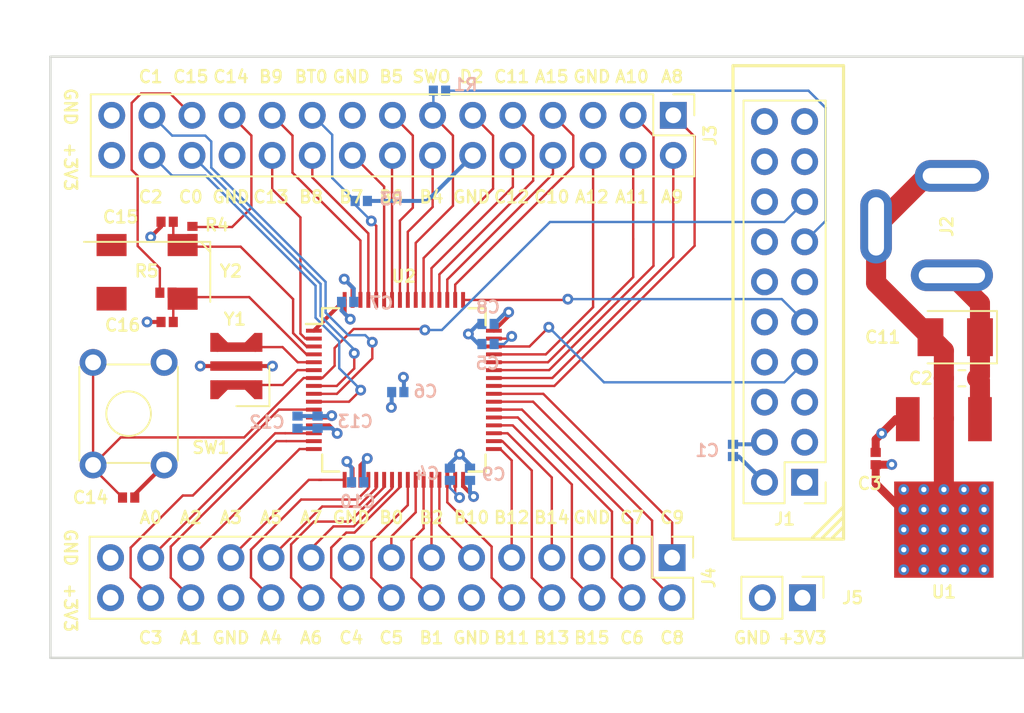
<source format=kicad_pcb>
(kicad_pcb (version 20171130) (host pcbnew "(5.0.0)")
  (layers (0 F.Cu signal) (1 In1.Cu power hide) (2 In2.Cu power hide) (31 B.Cu signal hide) (34 B.Paste user hide) (35 F.Paste user hide) (36 B.SilkS user hide) (37 F.SilkS user) (38 B.Mask user hide) (39 F.Mask user hide) (44 Edge.Cuts user hide))
  (net 0 "")
  (net 1 GND)
  (net 2 +3V3)
  (net 3 SWDIO)
  (net 4 SWCLK)
  (net 5 "Net-(J1-Pad11)")
  (net 6 TRACESWO)
  (net 7 "Net-(J1-Pad17)")
  (net 8 "Net-(J1-Pad19)")
  (net 9 +9V)
  (net 10 ~RST)
  (net 11 PB4)
  (net 12 PB5)
  (net 13 PB6)
  (net 14 PB7)
  (net 15 BOOT0)
  (net 16 PB8)
  (net 17 PB9)
  (net 18 PA8)
  (net 19 PA9)
  (net 20 PA10)
  (net 21 PA11)
  (net 22 PA12)
  (net 23 PA15)
  (net 24 PC10)
  (net 25 PC11)
  (net 26 PC12)
  (net 27 PD2)
  (net 28 PC13)
  (net 29 PC14)
  (net 30 PC15)
  (net 31 PC6)
  (net 32 PC7)
  (net 33 PC8)
  (net 34 PC9)
  (net 35 PC0)
  (net 36 PC1)
  (net 37 PC2)
  (net 38 PC3)
  (net 39 PA0)
  (net 40 PA1)
  (net 41 PA2)
  (net 42 PA3)
  (net 43 PA4)
  (net 44 PA5)
  (net 45 PA6)
  (net 46 PA7)
  (net 47 PC4)
  (net 48 PC5)
  (net 49 PB0)
  (net 50 PB1)
  (net 51 PB2)
  (net 52 PB10)
  (net 53 PB11)
  (net 54 PB12)
  (net 55 PB13)
  (net 56 PB14)
  (net 57 PB15)
  (net 58 "Net-(C4-Pad1)")
  (net 59 "Net-(C5-Pad1)")
  (net 60 "Net-(C15-Pad1)")
  (net 61 "Net-(C16-Pad1)")
  (net 62 "Net-(U2-Pad5)")
  (net 63 "Net-(U2-Pad6)")
  (net 64 GNDPWR)
  (net 65 PB3)
  (module Crystal:Resonator_SMD_muRata_CSTNE-3Pin_3.2x1.3mm_HandSoldering (layer F.Cu) (at 154.8765 118.364 90)
    (fp_text reference Y1 (at 2.9713 -0.0894 180) (layer F.SilkS) (effects (font (size 0.762 0.762) (thickness 0.1524))))
    (fp_text value Resonator)
    (pad 1 smd rect (at -1.2 0 90) (size 0.6 2.5) (layers F.Cu F.Paste F.Mask) (net 63 "Net-(U2-Pad6)"))
    (pad 2 smd rect (at 0 0 90) (size 0.6 3.3) (layers F.Cu F.Paste F.Mask) (net 1 GND))
    (pad 3 smd rect (at 1.2 0 90) (size 0.6 2.5) (layers F.Cu F.Paste F.Mask) (net 62 "Net-(U2-Pad5)"))
    (pad 1 smd rect (at -1.5 1.4 270) (size 1.2 0.5) (layers F.Cu F.Paste F.Mask) (net 63 "Net-(U2-Pad6)"))
    (pad 1 smd rect (at -1.5 0.9 135) (size 1.2 0.5) (layers F.Cu F.Paste F.Mask) (net 63 "Net-(U2-Pad6)"))
    (pad 1 smd rect (at -1.5 -0.9 225) (size 1.2 0.5) (layers F.Cu F.Paste F.Mask) (net 63 "Net-(U2-Pad6)"))
    (pad 1 smd rect (at -1.5 -1.4 270) (size 1.2 0.5) (layers F.Cu F.Paste F.Mask) (net 63 "Net-(U2-Pad6)"))
    (pad 3 smd rect (at 1.5 0.9 225) (size 1.2 0.5) (layers F.Cu F.Paste F.Mask) (net 62 "Net-(U2-Pad5)"))
    (pad 3 smd rect (at 1.5 1.4 270) (size 1.2 0.5) (layers F.Cu F.Paste F.Mask) (net 62 "Net-(U2-Pad5)"))
    (pad 3 smd rect (at 1.5 -1.4 270) (size 1.2 0.5) (layers F.Cu F.Paste F.Mask) (net 62 "Net-(U2-Pad5)"))
    (pad 3 smd rect (at 1.5 -0.9 315) (size 1.2 0.5) (layers F.Cu F.Paste F.Mask) (net 62 "Net-(U2-Pad5)"))
  )
  (module Crystal:Crystal_SMD_Abracon_ABS25-4Pin_8.0x3.8mm (layer F.Cu) (at 149.225 112.395 180)
    (fp_text reference Y2 (at -5.3081 0.0503 180) (layer F.SilkS) (effects (font (size 0.762 0.762) (thickness 0.1524))))
    (fp_text value ABS25-32.768KHZ-6-T)
    (pad 1 smd rect (at -2.25 1.7 180) (size 1.9 1.4) (layers F.Cu F.Paste F.Mask) (net 60 "Net-(C15-Pad1)"))
    (pad 4 smd rect (at -2.25 -1.7 180) (size 1.9 1.4) (layers F.Cu F.Paste F.Mask) (net 61 "Net-(C16-Pad1)"))
    (pad 3 smd rect (at 2.25 -1.7 180) (size 1.9 1.5) (layers F.Cu F.Paste F.Mask))
    (pad 2 smd rect (at 2.25 1.7 180) (size 1.9 1.4) (layers F.Cu F.Paste F.Mask))
  )
  (module Package_QFP:LQFP-64_10x10mm_P0.5mm (layer F.Cu) (at 165.485 119.873)
    (fp_text reference U2 (at 0 -7.2) (layer F.SilkS) (effects (font (size 0.762 0.762) (thickness 0.1524))))
    (fp_text value STM32F205RxTx)
    (pad 1 smd rect (at -5.7 -3.75) (size 1 0.25) (layers F.Cu F.Paste F.Mask) (net 2 +3V3))
    (pad 2 smd rect (at -5.7 -3.25) (size 1 0.25) (layers F.Cu F.Paste F.Mask) (net 28 PC13))
    (pad 3 smd rect (at -5.7 -2.75) (size 1 0.25) (layers F.Cu F.Paste F.Mask) (net 60 "Net-(C15-Pad1)"))
    (pad 4 smd rect (at -5.7 -2.25) (size 1 0.25) (layers F.Cu F.Paste F.Mask) (net 61 "Net-(C16-Pad1)"))
    (pad 5 smd rect (at -5.7 -1.75) (size 1 0.25) (layers F.Cu F.Paste F.Mask) (net 62 "Net-(U2-Pad5)"))
    (pad 6 smd rect (at -5.7 -1.25) (size 1 0.25) (layers F.Cu F.Paste F.Mask) (net 63 "Net-(U2-Pad6)"))
    (pad 7 smd rect (at -5.7 -0.75) (size 1 0.25) (layers F.Cu F.Paste F.Mask) (net 10 ~RST))
    (pad 8 smd rect (at -5.7 -0.25) (size 1 0.25) (layers F.Cu F.Paste F.Mask) (net 35 PC0))
    (pad 9 smd rect (at -5.7 0.25) (size 1 0.25) (layers F.Cu F.Paste F.Mask) (net 36 PC1))
    (pad 10 smd rect (at -5.7 0.75) (size 1 0.25) (layers F.Cu F.Paste F.Mask) (net 37 PC2))
    (pad 11 smd rect (at -5.7 1.25) (size 1 0.25) (layers F.Cu F.Paste F.Mask) (net 38 PC3))
    (pad 12 smd rect (at -5.7 1.75) (size 1 0.25) (layers F.Cu F.Paste F.Mask) (net 1 GND))
    (pad 13 smd rect (at -5.7 2.25) (size 1 0.25) (layers F.Cu F.Paste F.Mask) (net 2 +3V3))
    (pad 14 smd rect (at -5.7 2.75) (size 1 0.25) (layers F.Cu F.Paste F.Mask) (net 39 PA0))
    (pad 15 smd rect (at -5.7 3.25) (size 1 0.25) (layers F.Cu F.Paste F.Mask) (net 40 PA1))
    (pad 16 smd rect (at -5.7 3.75) (size 1 0.25) (layers F.Cu F.Paste F.Mask) (net 41 PA2))
    (pad 17 smd rect (at -3.75 5.7 90) (size 1 0.25) (layers F.Cu F.Paste F.Mask) (net 42 PA3))
    (pad 18 smd rect (at -3.25 5.7 90) (size 1 0.25) (layers F.Cu F.Paste F.Mask) (net 1 GND))
    (pad 19 smd rect (at -2.75 5.7 90) (size 1 0.25) (layers F.Cu F.Paste F.Mask) (net 2 +3V3))
    (pad 20 smd rect (at -2.25 5.7 90) (size 1 0.25) (layers F.Cu F.Paste F.Mask) (net 43 PA4))
    (pad 21 smd rect (at -1.75 5.7 90) (size 1 0.25) (layers F.Cu F.Paste F.Mask) (net 44 PA5))
    (pad 22 smd rect (at -1.25 5.7 90) (size 1 0.25) (layers F.Cu F.Paste F.Mask) (net 45 PA6))
    (pad 23 smd rect (at -0.75 5.7 90) (size 1 0.25) (layers F.Cu F.Paste F.Mask) (net 46 PA7))
    (pad 24 smd rect (at -0.25 5.7 90) (size 1 0.25) (layers F.Cu F.Paste F.Mask) (net 47 PC4))
    (pad 25 smd rect (at 0.25 5.7 90) (size 1 0.25) (layers F.Cu F.Paste F.Mask) (net 48 PC5))
    (pad 26 smd rect (at 0.75 5.7 90) (size 1 0.25) (layers F.Cu F.Paste F.Mask) (net 49 PB0))
    (pad 27 smd rect (at 1.25 5.7 90) (size 1 0.25) (layers F.Cu F.Paste F.Mask) (net 50 PB1))
    (pad 28 smd rect (at 1.75 5.7 90) (size 1 0.25) (layers F.Cu F.Paste F.Mask) (net 51 PB2))
    (pad 29 smd rect (at 2.25 5.7 90) (size 1 0.25) (layers F.Cu F.Paste F.Mask) (net 52 PB10))
    (pad 30 smd rect (at 2.75 5.7 90) (size 1 0.25) (layers F.Cu F.Paste F.Mask) (net 53 PB11))
    (pad 31 smd rect (at 3.25 5.7 90) (size 1 0.25) (layers F.Cu F.Paste F.Mask) (net 58 "Net-(C4-Pad1)"))
    (pad 32 smd rect (at 3.75 5.7 90) (size 1 0.25) (layers F.Cu F.Paste F.Mask) (net 2 +3V3))
    (pad 33 smd rect (at 5.7 3.75) (size 1 0.25) (layers F.Cu F.Paste F.Mask) (net 54 PB12))
    (pad 34 smd rect (at 5.7 3.25) (size 1 0.25) (layers F.Cu F.Paste F.Mask) (net 55 PB13))
    (pad 35 smd rect (at 5.7 2.75) (size 1 0.25) (layers F.Cu F.Paste F.Mask) (net 56 PB14))
    (pad 36 smd rect (at 5.7 2.25) (size 1 0.25) (layers F.Cu F.Paste F.Mask) (net 57 PB15))
    (pad 37 smd rect (at 5.7 1.75) (size 1 0.25) (layers F.Cu F.Paste F.Mask) (net 31 PC6))
    (pad 38 smd rect (at 5.7 1.25) (size 1 0.25) (layers F.Cu F.Paste F.Mask) (net 32 PC7))
    (pad 39 smd rect (at 5.7 0.75) (size 1 0.25) (layers F.Cu F.Paste F.Mask) (net 33 PC8))
    (pad 40 smd rect (at 5.7 0.25) (size 1 0.25) (layers F.Cu F.Paste F.Mask) (net 34 PC9))
    (pad 41 smd rect (at 5.7 -0.25) (size 1 0.25) (layers F.Cu F.Paste F.Mask) (net 18 PA8))
    (pad 42 smd rect (at 5.7 -0.75) (size 1 0.25) (layers F.Cu F.Paste F.Mask) (net 19 PA9))
    (pad 43 smd rect (at 5.7 -1.25) (size 1 0.25) (layers F.Cu F.Paste F.Mask) (net 20 PA10))
    (pad 44 smd rect (at 5.7 -1.75) (size 1 0.25) (layers F.Cu F.Paste F.Mask) (net 21 PA11))
    (pad 45 smd rect (at 5.7 -2.25) (size 1 0.25) (layers F.Cu F.Paste F.Mask) (net 22 PA12))
    (pad 46 smd rect (at 5.7 -2.75) (size 1 0.25) (layers F.Cu F.Paste F.Mask) (net 3 SWDIO))
    (pad 47 smd rect (at 5.7 -3.25) (size 1 0.25) (layers F.Cu F.Paste F.Mask) (net 59 "Net-(C5-Pad1)"))
    (pad 48 smd rect (at 5.7 -3.75) (size 1 0.25) (layers F.Cu F.Paste F.Mask) (net 2 +3V3))
    (pad 49 smd rect (at 3.75 -5.7 90) (size 1 0.25) (layers F.Cu F.Paste F.Mask) (net 4 SWCLK))
    (pad 50 smd rect (at 3.25 -5.7 90) (size 1 0.25) (layers F.Cu F.Paste F.Mask) (net 23 PA15))
    (pad 51 smd rect (at 2.75 -5.7 90) (size 1 0.25) (layers F.Cu F.Paste F.Mask) (net 24 PC10))
    (pad 52 smd rect (at 2.25 -5.7 90) (size 1 0.25) (layers F.Cu F.Paste F.Mask) (net 25 PC11))
    (pad 53 smd rect (at 1.75 -5.7 90) (size 1 0.25) (layers F.Cu F.Paste F.Mask) (net 26 PC12))
    (pad 54 smd rect (at 1.25 -5.7 90) (size 1 0.25) (layers F.Cu F.Paste F.Mask) (net 27 PD2))
    (pad 55 smd rect (at 0.75 -5.7 90) (size 1 0.25) (layers F.Cu F.Paste F.Mask) (net 65 PB3))
    (pad 56 smd rect (at 0.25 -5.7 90) (size 1 0.25) (layers F.Cu F.Paste F.Mask) (net 11 PB4))
    (pad 57 smd rect (at -0.25 -5.7 90) (size 1 0.25) (layers F.Cu F.Paste F.Mask) (net 12 PB5))
    (pad 58 smd rect (at -0.75 -5.7 90) (size 1 0.25) (layers F.Cu F.Paste F.Mask) (net 13 PB6))
    (pad 59 smd rect (at -1.25 -5.7 90) (size 1 0.25) (layers F.Cu F.Paste F.Mask) (net 14 PB7))
    (pad 60 smd rect (at -1.75 -5.7 90) (size 1 0.25) (layers F.Cu F.Paste F.Mask) (net 15 BOOT0))
    (pad 61 smd rect (at -2.25 -5.7 90) (size 1 0.25) (layers F.Cu F.Paste F.Mask) (net 16 PB8))
    (pad 62 smd rect (at -2.75 -5.7 90) (size 1 0.25) (layers F.Cu F.Paste F.Mask) (net 17 PB9))
    (pad 63 smd rect (at -3.25 -5.7 90) (size 1 0.25) (layers F.Cu F.Paste F.Mask) (net 1 GND))
    (pad 64 smd rect (at -3.75 -5.7 90) (size 1 0.25) (layers F.Cu F.Paste F.Mask) (net 2 +3V3))
  )
  (module Package_TO_SOT_SMD:TO-252 (layer F.Cu) (at 199.6816 125.6797 180)
    (fp_text reference U1 (at 0 -7 180) (layer F.SilkS) (effects (font (size 0.762 0.762) (thickness 0.1524))))
    (fp_text value KFxxBDT)
    (pad 1 smd rect (at -2.286 3.95 180) (size 1.5 2.8) (layers F.Cu F.Paste F.Mask) (net 9 +9V))
    (pad 3 smd rect (at 2.286 3.95 180) (size 1.5 2.8) (layers F.Cu F.Paste F.Mask) (net 2 +3V3))
    (pad 2 smd rect (at 0 -3.05 180) (size 6.3 6.1) (layers F.Cu F.Paste F.Mask) (net 1 GND))
  )
  (module Button_Switch_THT:SW_TH_Tactile_Omron_B3F-10xx (layer F.Cu) (at 145.803959 124.633372 90)
    (fp_text reference SW1 (at 1.112672 7.459141) (layer F.SilkS) (effects (font (size 0.762 0.762) (thickness 0.1524))))
    (fp_text value SW_Push)
    (pad 4 thru_hole circle (at 6.5 4.5 90) (size 1.7 1.7) (drill 1) (layers *.Cu *.Mask) (net 1 GND))
    (pad 3 thru_hole circle (at 0 4.5 90) (size 1.7 1.7) (drill 1) (layers *.Cu *.Mask) (net 1 GND))
    (pad 2 thru_hole circle (at 6.5 0 90) (size 1.7 1.7) (drill 1) (layers *.Cu *.Mask) (net 10 ~RST))
    (pad 1 thru_hole circle (at 0 0 90) (size 1.7 1.7) (drill 1) (layers *.Cu *.Mask) (net 10 ~RST))
  )
  (module Resistor_SMD:R_0402_1005Metric (layer F.Cu) (at 150.4188 113.7158 180)
    (fp_text reference R5 (at 1.2197 1.3711 180) (layer F.SilkS) (effects (font (size 0.762 0.762) (thickness 0.1524))))
    (fp_text value 0)
    (pad 1 smd rect (at -0.3875 0 180) (size 0.575 0.65) (layers F.Cu F.Paste F.Mask) (net 61 "Net-(C16-Pad1)"))
    (pad 2 smd rect (at 0.3875 0 180) (size 0.575 0.65) (layers F.Cu F.Paste F.Mask) (net 30 PC15))
  )
  (module Resistor_SMD:R_0402_1005Metric (layer F.Cu) (at 152.0952 109.8993 90)
    (fp_text reference R4 (at 0.4756 1.5489 180) (layer F.SilkS) (effects (font (size 0.762 0.762) (thickness 0.1524))))
    (fp_text value 0)
    (pad 1 smd rect (at -0.3875 0 90) (size 0.575 0.65) (layers F.Cu F.Paste F.Mask) (net 60 "Net-(C15-Pad1)"))
    (pad 2 smd rect (at 0.3875 0 90) (size 0.575 0.65) (layers F.Cu F.Paste F.Mask) (net 29 PC14))
  )
  (module Resistor_SMD:R_0402_1005Metric (layer B.Cu) (at 162.7881 107.8997)
    (fp_text reference R3 (at 1.905 -0.127) (layer B.SilkS) (effects (font (size 0.762 0.762) (thickness 0.1524)) (justify mirror)))
    (fp_text value 10K)
    (pad 1 smd rect (at -0.3875 0) (size 0.575 0.65) (layers B.Cu B.Paste B.Mask) (net 15 BOOT0))
    (pad 2 smd rect (at 0.3875 0) (size 0.575 0.65) (layers B.Cu B.Paste B.Mask) (net 1 GND))
  )
  (module Capacitor_SMD:C_0402_1005Metric (layer F.Cu) (at 150.495 115.57 180)
    (fp_text reference C16 (at 2.8199 -0.2037 180) (layer F.SilkS) (effects (font (size 0.762 0.762) (thickness 0.1524))))
    (fp_text value 100nF)
    (pad 1 smd rect (at -0.3875 0 180) (size 0.575 0.65) (layers F.Cu F.Paste F.Mask) (net 61 "Net-(C16-Pad1)"))
    (pad 2 smd rect (at 0.3875 0 180) (size 0.575 0.65) (layers F.Cu F.Paste F.Mask) (net 1 GND))
  )
  (module Capacitor_SMD:C_0402_1005Metric (layer F.Cu) (at 150.495 109.22 180)
    (fp_text reference C15 (at 2.9469 0.3043 180) (layer F.SilkS) (effects (font (size 0.762 0.762) (thickness 0.1524))))
    (fp_text value 100nF)
    (pad 1 smd rect (at -0.3875 0 180) (size 0.575 0.65) (layers F.Cu F.Paste F.Mask) (net 60 "Net-(C15-Pad1)"))
    (pad 2 smd rect (at 0.3875 0 180) (size 0.575 0.65) (layers F.Cu F.Paste F.Mask) (net 1 GND))
  )
  (module Capacitor_SMD:C_0402_1005Metric (layer F.Cu) (at 148.0561 126.6957)
    (fp_text reference C14 (at -2.413 0) (layer F.SilkS) (effects (font (size 0.762 0.762) (thickness 0.1524))))
    (fp_text value 100nF)
    (pad 1 smd rect (at -0.3875 0) (size 0.575 0.65) (layers F.Cu F.Paste F.Mask) (net 10 ~RST))
    (pad 2 smd rect (at 0.3875 0) (size 0.575 0.65) (layers F.Cu F.Paste F.Mask) (net 1 GND))
  )
  (module Capacitor_SMD:C_0402_1005Metric (layer B.Cu) (at 160.02 121.92 90)
    (fp_text reference C13 (at 0.0503 2.3871 180) (layer B.SilkS) (effects (font (size 0.762 0.762) (thickness 0.1524)) (justify mirror)))
    (fp_text value 100nF)
    (pad 1 smd rect (at -0.3875 0 90) (size 0.575 0.65) (layers B.Cu B.Paste B.Mask) (net 2 +3V3))
    (pad 2 smd rect (at 0.3875 0 90) (size 0.575 0.65) (layers B.Cu B.Paste B.Mask) (net 1 GND))
  )
  (module Capacitor_SMD:C_0402_1005Metric (layer B.Cu) (at 158.75 121.92 90)
    (fp_text reference C12 (at 0 -1.9309 180) (layer B.SilkS) (effects (font (size 0.762 0.762) (thickness 0.1524)) (justify mirror)))
    (fp_text value 1uF)
    (pad 1 smd rect (at -0.3875 0 90) (size 0.575 0.65) (layers B.Cu B.Paste B.Mask) (net 2 +3V3))
    (pad 2 smd rect (at 0.3875 0 90) (size 0.575 0.65) (layers B.Cu B.Paste B.Mask) (net 1 GND))
  )
  (module Capacitor_SMD:C_0402_1005Metric (layer B.Cu) (at 162.56 125.73 180)
    (fp_text reference C10 (at 0 -1.2197 180) (layer B.SilkS) (effects (font (size 0.762 0.762) (thickness 0.1524)) (justify mirror)))
    (fp_text value 100nF)
    (pad 1 smd rect (at -0.3875 0 180) (size 0.575 0.65) (layers B.Cu B.Paste B.Mask) (net 2 +3V3))
    (pad 2 smd rect (at 0.3875 0 180) (size 0.575 0.65) (layers B.Cu B.Paste B.Mask) (net 1 GND))
  )
  (module Capacitor_SMD:C_0402_1005Metric (layer B.Cu) (at 169.672 125.222 90)
    (fp_text reference C9 (at 0 1.5 180) (layer B.SilkS) (effects (font (size 0.762 0.762) (thickness 0.1524)) (justify mirror)))
    (fp_text value 100nF)
    (pad 1 smd rect (at -0.3875 0 90) (size 0.575 0.65) (layers B.Cu B.Paste B.Mask) (net 2 +3V3))
    (pad 2 smd rect (at 0.3875 0 90) (size 0.575 0.65) (layers B.Cu B.Paste B.Mask) (net 1 GND))
  )
  (module Capacitor_SMD:C_0402_1005Metric (layer B.Cu) (at 170.815 115.697 180)
    (fp_text reference C8 (at 0 1.0663 180) (layer B.SilkS) (effects (font (size 0.762 0.762) (thickness 0.1524)) (justify mirror)))
    (fp_text value 100nF)
    (pad 1 smd rect (at -0.3875 0 180) (size 0.575 0.65) (layers B.Cu B.Paste B.Mask) (net 2 +3V3))
    (pad 2 smd rect (at 0.3875 0 180) (size 0.575 0.65) (layers B.Cu B.Paste B.Mask) (net 1 GND))
  )
  (module Capacitor_SMD:C_0402_1005Metric (layer B.Cu) (at 161.925 114.3)
    (fp_text reference C7 (at 2.1331 0.0767) (layer B.SilkS) (effects (font (size 0.762 0.762) (thickness 0.1524)) (justify mirror)))
    (fp_text value 100nF)
    (pad 1 smd rect (at -0.3875 0) (size 0.575 0.65) (layers B.Cu B.Paste B.Mask) (net 2 +3V3))
    (pad 2 smd rect (at 0.3875 0) (size 0.575 0.65) (layers B.Cu B.Paste B.Mask) (net 1 GND))
  )
  (module Capacitor_SMD:C_0402_1005Metric (layer B.Cu) (at 165.1 120.015 180)
    (fp_text reference C6 (at -1.7521 0.0503 180) (layer B.SilkS) (effects (font (size 0.762 0.762) (thickness 0.1524)) (justify mirror)))
    (fp_text value 4.7uF)
    (pad 1 smd rect (at -0.3875 0 180) (size 0.575 0.65) (layers B.Cu B.Paste B.Mask) (net 2 +3V3))
    (pad 2 smd rect (at 0.3875 0 180) (size 0.575 0.65) (layers B.Cu B.Paste B.Mask) (net 1 GND))
  )
  (module Capacitor_SMD:C_0402_1005Metric (layer B.Cu) (at 170.815 116.967 180)
    (fp_text reference C5 (at 0.0259 -1.2197 180) (layer B.SilkS) (effects (font (size 0.762 0.762) (thickness 0.1524)) (justify mirror)))
    (fp_text value 2.2uF)
    (pad 1 smd rect (at -0.3875 0 180) (size 0.575 0.65) (layers B.Cu B.Paste B.Mask) (net 59 "Net-(C5-Pad1)"))
    (pad 2 smd rect (at 0.3875 0 180) (size 0.575 0.65) (layers B.Cu B.Paste B.Mask) (net 1 GND))
  )
  (module Capacitor_SMD:C_0402_1005Metric (layer B.Cu) (at 168.402 125.222 90)
    (fp_text reference C4 (at 0.0503 -1.4229 180) (layer B.SilkS) (effects (font (size 0.762 0.762) (thickness 0.1524)) (justify mirror)))
    (fp_text value 2.2uF)
    (pad 1 smd rect (at -0.3875 0 90) (size 0.575 0.65) (layers B.Cu B.Paste B.Mask) (net 58 "Net-(C4-Pad1)"))
    (pad 2 smd rect (at 0.3875 0 90) (size 0.575 0.65) (layers B.Cu B.Paste B.Mask) (net 1 GND))
  )
  (module Capacitor_SMD:C_0402_1005Metric (layer F.Cu) (at 195.3636 124.2257 270)
    (fp_text reference C3 (at 1.581 0.381) (layer F.SilkS) (effects (font (size 0.762 0.762) (thickness 0.1524))))
    (fp_text value 2.2uF)
    (pad 1 smd rect (at -0.3875 0 270) (size 0.575 0.65) (layers F.Cu F.Paste F.Mask) (net 2 +3V3))
    (pad 2 smd rect (at 0.3875 0 270) (size 0.575 0.65) (layers F.Cu F.Paste F.Mask) (net 1 GND))
  )
  (module Capacitor_SMD:C_0402_1005Metric (layer B.Cu) (at 186.3281 123.7107 90)
    (fp_text reference C1 (at -0.0005 -1.6325) (layer B.SilkS) (effects (font (size 0.762 0.762) (thickness 0.1524)) (justify mirror)))
    (fp_text value 2.2uF)
    (pad 1 smd rect (at -0.3875 0 90) (size 0.575 0.65) (layers B.Cu B.Paste B.Mask) (net 2 +3V3))
    (pad 2 smd rect (at 0.3875 0 90) (size 0.575 0.65) (layers B.Cu B.Paste B.Mask) (net 1 GND))
  )
  (module Connector_PinHeader_2.54mm:PinHeader_2x10_P2.54mm_Vertical (layer F.Cu) (at 190.865 125.73 180)
    (fp_text reference J1 (at 1.27 -2.33 180) (layer F.SilkS) (effects (font (size 0.762 0.762) (thickness 0.1524))))
    (fp_text value Conn_ARM_JTAG_SWD_20)
    (pad 1 thru_hole rect (at 0 0 180) (size 1.7 1.7) (drill 1) (layers *.Cu *.Mask) (net 2 +3V3))
    (pad 2 thru_hole oval (at 2.54 0 180) (size 1.7 1.7) (drill 1) (layers *.Cu *.Mask) (net 2 +3V3))
    (pad 3 thru_hole oval (at 0 2.54 180) (size 1.7 1.7) (drill 1) (layers *.Cu *.Mask) (net 1 GND))
    (pad 4 thru_hole oval (at 2.54 2.54 180) (size 1.7 1.7) (drill 1) (layers *.Cu *.Mask) (net 1 GND))
    (pad 5 thru_hole oval (at 0 5.08 180) (size 1.7 1.7) (drill 1) (layers *.Cu *.Mask) (net 1 GND))
    (pad 6 thru_hole oval (at 2.54 5.08 180) (size 1.7 1.7) (drill 1) (layers *.Cu *.Mask) (net 1 GND))
    (pad 7 thru_hole oval (at 0 7.62 180) (size 1.7 1.7) (drill 1) (layers *.Cu *.Mask) (net 3 SWDIO))
    (pad 8 thru_hole oval (at 2.54 7.62 180) (size 1.7 1.7) (drill 1) (layers *.Cu *.Mask) (net 1 GND))
    (pad 9 thru_hole oval (at 0 10.16 180) (size 1.7 1.7) (drill 1) (layers *.Cu *.Mask) (net 4 SWCLK))
    (pad 10 thru_hole oval (at 2.54 10.16 180) (size 1.7 1.7) (drill 1) (layers *.Cu *.Mask) (net 1 GND))
    (pad 11 thru_hole oval (at 0 12.7 180) (size 1.7 1.7) (drill 1) (layers *.Cu *.Mask) (net 5 "Net-(J1-Pad11)"))
    (pad 12 thru_hole oval (at 2.54 12.7 180) (size 1.7 1.7) (drill 1) (layers *.Cu *.Mask) (net 1 GND))
    (pad 13 thru_hole oval (at 0 15.24 180) (size 1.7 1.7) (drill 1) (layers *.Cu *.Mask) (net 6 TRACESWO))
    (pad 14 thru_hole oval (at 2.54 15.24 180) (size 1.7 1.7) (drill 1) (layers *.Cu *.Mask) (net 1 GND))
    (pad 15 thru_hole oval (at 0 17.78 180) (size 1.7 1.7) (drill 1) (layers *.Cu *.Mask) (net 10 ~RST))
    (pad 16 thru_hole oval (at 2.54 17.78 180) (size 1.7 1.7) (drill 1) (layers *.Cu *.Mask) (net 1 GND))
    (pad 17 thru_hole oval (at 0 20.32 180) (size 1.7 1.7) (drill 1) (layers *.Cu *.Mask) (net 7 "Net-(J1-Pad17)"))
    (pad 18 thru_hole oval (at 2.54 20.32 180) (size 1.7 1.7) (drill 1) (layers *.Cu *.Mask) (net 1 GND))
    (pad 19 thru_hole oval (at 0 22.86 180) (size 1.7 1.7) (drill 1) (layers *.Cu *.Mask) (net 8 "Net-(J1-Pad19)"))
    (pad 20 thru_hole oval (at 2.54 22.86 180) (size 1.7 1.7) (drill 1) (layers *.Cu *.Mask) (net 1 GND))
  )
  (module Capacitor_Tantalum_SMD:CP_EIA-3528-21_Kemet-B_Pad1.63x2.40mm_HandSolder (layer F.Cu) (at 200.4001 116.5357 180)
    (fp_text reference C11 (at 4.592 0 180) (layer F.SilkS) (effects (font (size 0.762 0.762) (thickness 0.1524))))
    (fp_text value 10uF)
    (pad 1 smd rect (at -1.5675 0 180) (size 1.635 2.4) (layers F.Cu F.Paste F.Mask) (net 9 +9V))
    (pad 2 smd rect (at 1.5675 0 180) (size 1.635 2.4) (layers F.Cu F.Paste F.Mask) (net 64 GNDPWR))
  )
  (module NetTie:NetTie-2_SMD_Pad50mil (layer F.Cu) (at 199.6816 120.4092 270)
    (fp_text reference NT1 hide)
    (fp_text value Net-Tie_2)
    (fp_line (start -1.27 0) (end 1.27 0) (layer F.Cu) (width 1.27))
    (pad 1 smd circle (at -1.27 0 270) (size 1.27 1.27) (layers F.Cu) (net 64 GNDPWR))
    (pad 2 smd circle (at 1.27 0 270) (size 1.27 1.27) (layers F.Cu) (net 1 GND))
  )
  (module Connector_Coaxial:DC_Power_Jack_CUI_PJ-057AH (layer F.Cu) (at 200.1896 109.5122 270)
    (fp_text reference J2 (at 0 0.3175 270) (layer F.SilkS) (effects (font (size 0.762 0.762) (thickness 0.1524))))
    (fp_text value Barrel_Jack)
    (pad 2 thru_hole oval (at -3.2 0 270) (size 2 4.7) (drill oval 1 3.7) (layers *.Cu *.Mask) (net 64 GNDPWR))
    (pad 1 thru_hole oval (at 3.1 0 270) (size 2 5.2) (drill oval 1 4.2) (layers *.Cu *.Mask) (net 9 +9V))
    (pad 3 thru_hole oval (at 0 4.8) (size 2 4.7) (drill oval 1 3.7) (layers *.Cu *.Mask) (net 64 GNDPWR))
    (pad "" np_thru_hole circle (at -7.7 0 270) (size 2 2) (drill 2) (layers *.Cu *.Mask))
  )
  (module Connector_PinHeader_2.54mm:PinHeader_1x02_P2.54mm_Vertical (layer F.Cu) (at 190.7281 133.0457 270)
    (fp_text reference J5 (at 0 -3.175) (layer F.SilkS) (effects (font (size 0.762 0.762) (thickness 0.1524))))
    (fp_text value Conn_01x02)
    (pad 1 thru_hole rect (at 0 0 270) (size 1.7 1.7) (drill 1) (layers *.Cu *.Mask) (net 2 +3V3))
    (pad 2 thru_hole oval (at 0 2.54 270) (size 1.7 1.7) (drill 1) (layers *.Cu *.Mask) (net 1 GND))
  )
  (module Connector_PinHeader_2.54mm:PinHeader_2x15_P2.54mm_Vertical (layer F.Cu) (at 182.54726 102.47376 270)
    (fp_text reference J3 (at 1.27 -2.33 270) (layer F.SilkS) (effects (font (size 0.762 0.762) (thickness 0.1524))))
    (fp_text value Conn_02x14_Odd_Even)
    (pad 1 thru_hole rect (at 0 0 270) (size 1.7 1.7) (drill 1) (layers *.Cu *.Mask) (net 18 PA8))
    (pad 2 thru_hole oval (at 2.54 0 270) (size 1.7 1.7) (drill 1) (layers *.Cu *.Mask) (net 19 PA9))
    (pad 3 thru_hole oval (at 0 2.54 270) (size 1.7 1.7) (drill 1) (layers *.Cu *.Mask) (net 20 PA10))
    (pad 4 thru_hole oval (at 2.54 2.54 270) (size 1.7 1.7) (drill 1) (layers *.Cu *.Mask) (net 21 PA11))
    (pad 5 thru_hole oval (at 0 5.08 270) (size 1.7 1.7) (drill 1) (layers *.Cu *.Mask) (net 1 GND))
    (pad 6 thru_hole oval (at 2.54 5.08 270) (size 1.7 1.7) (drill 1) (layers *.Cu *.Mask) (net 22 PA12))
    (pad 7 thru_hole oval (at 0 7.62 270) (size 1.7 1.7) (drill 1) (layers *.Cu *.Mask) (net 23 PA15))
    (pad 8 thru_hole oval (at 2.54 7.62 270) (size 1.7 1.7) (drill 1) (layers *.Cu *.Mask) (net 24 PC10))
    (pad 9 thru_hole oval (at 0 10.16 270) (size 1.7 1.7) (drill 1) (layers *.Cu *.Mask) (net 25 PC11))
    (pad 10 thru_hole oval (at 2.54 10.16 270) (size 1.7 1.7) (drill 1) (layers *.Cu *.Mask) (net 26 PC12))
    (pad 11 thru_hole oval (at 0 12.7 270) (size 1.7 1.7) (drill 1) (layers *.Cu *.Mask) (net 27 PD2))
    (pad 12 thru_hole oval (at 2.54 12.7 270) (size 1.7 1.7) (drill 1) (layers *.Cu *.Mask) (net 1 GND))
    (pad 13 thru_hole oval (at 0 15.24 270) (size 1.7 1.7) (drill 1) (layers *.Cu *.Mask) (net 65 PB3))
    (pad 14 thru_hole oval (at 2.54 15.24 270) (size 1.7 1.7) (drill 1) (layers *.Cu *.Mask) (net 11 PB4))
    (pad 15 thru_hole oval (at 0 17.78 270) (size 1.7 1.7) (drill 1) (layers *.Cu *.Mask) (net 12 PB5))
    (pad 16 thru_hole oval (at 2.54 17.78 270) (size 1.7 1.7) (drill 1) (layers *.Cu *.Mask) (net 13 PB6))
    (pad 17 thru_hole oval (at 0 20.32 270) (size 1.7 1.7) (drill 1) (layers *.Cu *.Mask) (net 1 GND))
    (pad 18 thru_hole oval (at 2.54 20.32 270) (size 1.7 1.7) (drill 1) (layers *.Cu *.Mask) (net 14 PB7))
    (pad 19 thru_hole oval (at 0 22.86 270) (size 1.7 1.7) (drill 1) (layers *.Cu *.Mask) (net 15 BOOT0))
    (pad 20 thru_hole oval (at 2.54 22.86 270) (size 1.7 1.7) (drill 1) (layers *.Cu *.Mask) (net 16 PB8))
    (pad 21 thru_hole oval (at 0 25.4 270) (size 1.7 1.7) (drill 1) (layers *.Cu *.Mask) (net 17 PB9))
    (pad 22 thru_hole oval (at 2.54 25.4 270) (size 1.7 1.7) (drill 1) (layers *.Cu *.Mask) (net 28 PC13))
    (pad 23 thru_hole oval (at 0 27.94 270) (size 1.7 1.7) (drill 1) (layers *.Cu *.Mask) (net 29 PC14))
    (pad 24 thru_hole oval (at 2.54 27.94 270) (size 1.7 1.7) (drill 1) (layers *.Cu *.Mask) (net 1 GND))
    (pad 25 thru_hole oval (at 0 30.48 270) (size 1.7 1.7) (drill 1) (layers *.Cu *.Mask) (net 30 PC15))
    (pad 26 thru_hole oval (at 2.54 30.48 270) (size 1.7 1.7) (drill 1) (layers *.Cu *.Mask) (net 35 PC0))
    (pad 27 thru_hole oval (at 0 33.02 270) (size 1.7 1.7) (drill 1) (layers *.Cu *.Mask) (net 36 PC1))
    (pad 28 thru_hole oval (at 2.54 33.02 270) (size 1.7 1.7) (drill 1) (layers *.Cu *.Mask) (net 37 PC2))
    (pad 29 thru_hole oval (at 0 35.56 270) (size 1.7 1.7) (drill 1) (layers *.Cu *.Mask) (net 1 GND))
    (pad 30 thru_hole oval (at 2.54 35.56 270) (size 1.7 1.7) (drill 1) (layers *.Cu *.Mask) (net 2 +3V3))
  )
  (module Connector_PinHeader_2.54mm:PinHeader_2x15_P2.54mm_Vertical (layer F.Cu) (at 182.4731 130.5057 270)
    (fp_text reference J4 (at 1.27 -2.33 270) (layer F.SilkS) (effects (font (size 0.762 0.762) (thickness 0.1524))))
    (fp_text value Conn_02x14_Odd_Even)
    (pad 1 thru_hole rect (at 0 0 270) (size 1.7 1.7) (drill 1) (layers *.Cu *.Mask) (net 34 PC9))
    (pad 2 thru_hole oval (at 2.54 0 270) (size 1.7 1.7) (drill 1) (layers *.Cu *.Mask) (net 33 PC8))
    (pad 3 thru_hole oval (at 0 2.54 270) (size 1.7 1.7) (drill 1) (layers *.Cu *.Mask) (net 32 PC7))
    (pad 4 thru_hole oval (at 2.54 2.54 270) (size 1.7 1.7) (drill 1) (layers *.Cu *.Mask) (net 31 PC6))
    (pad 5 thru_hole oval (at 0 5.08 270) (size 1.7 1.7) (drill 1) (layers *.Cu *.Mask) (net 1 GND))
    (pad 6 thru_hole oval (at 2.54 5.08 270) (size 1.7 1.7) (drill 1) (layers *.Cu *.Mask) (net 57 PB15))
    (pad 7 thru_hole oval (at 0 7.62 270) (size 1.7 1.7) (drill 1) (layers *.Cu *.Mask) (net 56 PB14))
    (pad 8 thru_hole oval (at 2.54 7.62 270) (size 1.7 1.7) (drill 1) (layers *.Cu *.Mask) (net 55 PB13))
    (pad 9 thru_hole oval (at 0 10.16 270) (size 1.7 1.7) (drill 1) (layers *.Cu *.Mask) (net 54 PB12))
    (pad 10 thru_hole oval (at 2.54 10.16 270) (size 1.7 1.7) (drill 1) (layers *.Cu *.Mask) (net 53 PB11))
    (pad 11 thru_hole oval (at 0 12.7 270) (size 1.7 1.7) (drill 1) (layers *.Cu *.Mask) (net 52 PB10))
    (pad 12 thru_hole oval (at 2.54 12.7 270) (size 1.7 1.7) (drill 1) (layers *.Cu *.Mask) (net 1 GND))
    (pad 13 thru_hole oval (at 0 15.24 270) (size 1.7 1.7) (drill 1) (layers *.Cu *.Mask) (net 51 PB2))
    (pad 14 thru_hole oval (at 2.54 15.24 270) (size 1.7 1.7) (drill 1) (layers *.Cu *.Mask) (net 50 PB1))
    (pad 15 thru_hole oval (at 0 17.78 270) (size 1.7 1.7) (drill 1) (layers *.Cu *.Mask) (net 49 PB0))
    (pad 16 thru_hole oval (at 2.54 17.78 270) (size 1.7 1.7) (drill 1) (layers *.Cu *.Mask) (net 48 PC5))
    (pad 17 thru_hole oval (at 0 20.32 270) (size 1.7 1.7) (drill 1) (layers *.Cu *.Mask) (net 1 GND))
    (pad 18 thru_hole oval (at 2.54 20.32 270) (size 1.7 1.7) (drill 1) (layers *.Cu *.Mask) (net 47 PC4))
    (pad 19 thru_hole oval (at 0 22.86 270) (size 1.7 1.7) (drill 1) (layers *.Cu *.Mask) (net 46 PA7))
    (pad 20 thru_hole oval (at 2.54 22.86 270) (size 1.7 1.7) (drill 1) (layers *.Cu *.Mask) (net 45 PA6))
    (pad 21 thru_hole oval (at 0 25.4 270) (size 1.7 1.7) (drill 1) (layers *.Cu *.Mask) (net 44 PA5))
    (pad 22 thru_hole oval (at 2.54 25.4 270) (size 1.7 1.7) (drill 1) (layers *.Cu *.Mask) (net 43 PA4))
    (pad 23 thru_hole oval (at 0 27.94 270) (size 1.7 1.7) (drill 1) (layers *.Cu *.Mask) (net 42 PA3))
    (pad 24 thru_hole oval (at 2.54 27.94 270) (size 1.7 1.7) (drill 1) (layers *.Cu *.Mask) (net 1 GND))
    (pad 25 thru_hole oval (at 0 30.48 270) (size 1.7 1.7) (drill 1) (layers *.Cu *.Mask) (net 41 PA2))
    (pad 26 thru_hole oval (at 2.54 30.48 270) (size 1.7 1.7) (drill 1) (layers *.Cu *.Mask) (net 40 PA1))
    (pad 27 thru_hole oval (at 0 33.02 270) (size 1.7 1.7) (drill 1) (layers *.Cu *.Mask) (net 39 PA0))
    (pad 28 thru_hole oval (at 2.54 33.02 270) (size 1.7 1.7) (drill 1) (layers *.Cu *.Mask) (net 38 PC3))
    (pad 29 thru_hole oval (at 0 35.56 270) (size 1.7 1.7) (drill 1) (layers *.Cu *.Mask) (net 1 GND))
    (pad 30 thru_hole oval (at 2.54 35.56 270) (size 1.7 1.7) (drill 1) (layers *.Cu *.Mask) (net 2 +3V3))
  )
  (module Resistor_SMD:R_0402_1005Metric (layer B.Cu) (at 167.7411 100.9147 180)
    (fp_text reference R1 (at -1.651 0.381 180) (layer B.SilkS) (effects (font (size 0.762 0.762) (thickness 0.1524)) (justify mirror)))
    (fp_text value 0)
    (pad 1 smd rect (at -0.3875 0 180) (size 0.575 0.65) (layers B.Cu B.Paste B.Mask) (net 6 TRACESWO))
    (pad 2 smd rect (at 0.3875 0 180) (size 0.575 0.65) (layers B.Cu B.Paste B.Mask) (net 65 PB3))
  )
  (module Capacitor_SMD:C_0603_1608Metric_Pad0.84x1.00mm_HandSolder (layer F.Cu) (at 200.8246 119.1392 180)
    (fp_text reference C2 (at 2.6035 0 180) (layer F.SilkS) (effects (font (size 0.762 0.762) (thickness 0.1524))))
    (fp_text value 100nF)
    (pad 1 smd rect (at -0.9625 0 180) (size 0.845 1) (layers F.Cu F.Paste F.Mask) (net 9 +9V))
    (pad 2 smd rect (at 0.9625 0 180) (size 0.845 1) (layers F.Cu F.Paste F.Mask) (net 64 GNDPWR))
  )
  (gr_line (start 192.6331 129.2357) (end 193.2681 128.6007) (layer F.SilkS) (width 0.2))
  (gr_line (start 191.3631 129.2357) (end 193.2681 127.3307) (layer F.SilkS) (width 0.2))
  (gr_line (start 191.9981 129.2357) (end 193.2681 127.9657) (layer F.SilkS) (width 0.2))
  (gr_line (start 193.3281 129.3297) (end 193.3281 99.3297) (layer F.SilkS) (width 0.2))
  (gr_line (start 186.3281 129.3297) (end 193.3281 129.3297) (layer F.SilkS) (width 0.2))
  (gr_line (start 186.3281 99.3297) (end 186.3281 129.3297) (layer F.SilkS) (width 0.2))
  (gr_line (start 193.3281 99.3297) (end 186.3281 99.3297) (layer F.SilkS) (width 0.2))
  (gr_text A9 (at 182.4731 107.6457) (layer F.SilkS) (effects (font (size 0.762 0.762) (thickness 0.1524))))
  (gr_text A8 (at 182.4731 100.0257) (layer F.SilkS) (effects (font (size 0.762 0.762) (thickness 0.1524))))
  (gr_text A10 (at 179.9331 100.0257) (layer F.SilkS) (effects (font (size 0.762 0.762) (thickness 0.1524))))
  (gr_text A11 (at 179.9331 107.6457) (layer F.SilkS) (effects (font (size 0.762 0.762) (thickness 0.1524))))
  (gr_text A12 (at 177.3931 107.6457) (layer F.SilkS) (effects (font (size 0.762 0.762) (thickness 0.1524))))
  (gr_text A15 (at 174.8531 100.0257) (layer F.SilkS) (effects (font (size 0.762 0.762) (thickness 0.1524))))
  (gr_text C10 (at 174.8531 107.6457) (layer F.SilkS) (effects (font (size 0.762 0.762) (thickness 0.1524))))
  (gr_text C12 (at 172.3131 107.6457) (layer F.SilkS) (effects (font (size 0.762 0.762) (thickness 0.1524))))
  (gr_text C11 (at 172.3131 100.0257) (layer F.SilkS) (effects (font (size 0.762 0.762) (thickness 0.1524))))
  (gr_text D2 (at 169.7731 100.0257) (layer F.SilkS) (effects (font (size 0.762 0.762) (thickness 0.1524))))
  (gr_text SWO (at 167.2331 100.0257) (layer F.SilkS) (effects (font (size 0.762 0.762) (thickness 0.1524))))
  (gr_text B4 (at 167.2331 107.6457) (layer F.SilkS) (effects (font (size 0.762 0.762) (thickness 0.1524))))
  (gr_text B5 (at 164.6931 100.0257) (layer F.SilkS) (effects (font (size 0.762 0.762) (thickness 0.1524))))
  (gr_text B6 (at 164.6931 107.6457) (layer F.SilkS) (effects (font (size 0.762 0.762) (thickness 0.1524))))
  (gr_text B7 (at 162.1531 107.6457) (layer F.SilkS) (effects (font (size 0.762 0.762) (thickness 0.1524))))
  (gr_text BT0 (at 159.6131 100.0257) (layer F.SilkS) (effects (font (size 0.762 0.762) (thickness 0.1524))))
  (gr_text B9 (at 157.0731 100.0257) (layer F.SilkS) (effects (font (size 0.762 0.762) (thickness 0.1524))))
  (gr_text B8 (at 159.6131 107.6457) (layer F.SilkS) (effects (font (size 0.762 0.762) (thickness 0.1524))))
  (gr_text C13 (at 157.0731 107.6457) (layer F.SilkS) (effects (font (size 0.762 0.762) (thickness 0.1524))))
  (gr_text C14 (at 154.5331 100.0257) (layer F.SilkS) (effects (font (size 0.762 0.762) (thickness 0.1524))))
  (gr_text C15 (at 151.9931 100.0257) (layer F.SilkS) (effects (font (size 0.762 0.762) (thickness 0.1524))))
  (gr_text C1 (at 149.4531 100.0257) (layer F.SilkS) (effects (font (size 0.762 0.762) (thickness 0.1524))))
  (gr_text GND (at 154.5331 107.6457) (layer F.SilkS) (effects (font (size 0.762 0.762) (thickness 0.1524))))
  (gr_text GND (at 162.1531 100.0257) (layer F.SilkS) (effects (font (size 0.762 0.762) (thickness 0.1524))))
  (gr_text GND (at 169.7731 107.6457) (layer F.SilkS) (effects (font (size 0.762 0.762) (thickness 0.1524))))
  (gr_text C5 (at 164.6931 135.5857) (layer F.SilkS) (effects (font (size 0.762 0.762) (thickness 0.1524))))
  (gr_text C4 (at 162.1531 135.5857) (layer F.SilkS) (effects (font (size 0.762 0.762) (thickness 0.1524))))
  (gr_text C3 (at 149.4531 135.5857) (layer F.SilkS) (effects (font (size 0.762 0.762) (thickness 0.1524))))
  (gr_text A1 (at 151.9931 135.5857) (layer F.SilkS) (effects (font (size 0.762 0.762) (thickness 0.1524))))
  (gr_text A4 (at 157.0731 135.5857) (layer F.SilkS) (effects (font (size 0.762 0.762) (thickness 0.1524))))
  (gr_text A6 (at 159.6131 135.5857) (layer F.SilkS) (effects (font (size 0.762 0.762) (thickness 0.1524))))
  (gr_text A0 (at 149.4531 127.9657) (layer F.SilkS) (effects (font (size 0.762 0.762) (thickness 0.1524))))
  (gr_text A2 (at 151.9931 127.9657) (layer F.SilkS) (effects (font (size 0.762 0.762) (thickness 0.1524))))
  (gr_text A3 (at 154.5331 127.9657) (layer F.SilkS) (effects (font (size 0.762 0.762) (thickness 0.1524))))
  (gr_text A5 (at 157.0731 127.9657) (layer F.SilkS) (effects (font (size 0.762 0.762) (thickness 0.1524))))
  (gr_text A7 (at 159.6131 127.9657) (layer F.SilkS) (effects (font (size 0.762 0.762) (thickness 0.1524))))
  (gr_text B0 (at 164.6931 127.9657) (layer F.SilkS) (effects (font (size 0.762 0.762) (thickness 0.1524))))
  (gr_text B2 (at 167.2331 127.9657) (layer F.SilkS) (effects (font (size 0.762 0.762) (thickness 0.1524))))
  (gr_text B10 (at 169.7731 127.9657) (layer F.SilkS) (effects (font (size 0.762 0.762) (thickness 0.1524))))
  (gr_text B12 (at 172.3131 127.9657) (layer F.SilkS) (effects (font (size 0.762 0.762) (thickness 0.1524))))
  (gr_text B14 (at 174.8531 127.9657) (layer F.SilkS) (effects (font (size 0.762 0.762) (thickness 0.1524))))
  (gr_text B1 (at 167.2331 135.5857) (layer F.SilkS) (effects (font (size 0.762 0.762) (thickness 0.1524))))
  (gr_text B11 (at 172.3131 135.5857) (layer F.SilkS) (effects (font (size 0.762 0.762) (thickness 0.1524))))
  (gr_text B13 (at 174.8531 135.5857) (layer F.SilkS) (effects (font (size 0.762 0.762) (thickness 0.1524))))
  (gr_text B15 (at 177.3931 135.5857) (layer F.SilkS) (effects (font (size 0.762 0.762) (thickness 0.1524))))
  (gr_text C8 (at 182.4731 135.5857) (layer F.SilkS) (effects (font (size 0.762 0.762) (thickness 0.1524))))
  (gr_text C6 (at 179.9331 135.5857) (layer F.SilkS) (effects (font (size 0.762 0.762) (thickness 0.1524))))
  (gr_text C7 (at 179.9331 127.9657) (layer F.SilkS) (effects (font (size 0.762 0.762) (thickness 0.1524))))
  (gr_text C2 (at 149.4531 107.6457) (layer F.SilkS) (effects (font (size 0.762 0.762) (thickness 0.1524))))
  (gr_text C0 (at 151.9931 107.6457) (layer F.SilkS) (effects (font (size 0.762 0.762) (thickness 0.1524))))
  (gr_text C9 (at 182.4731 127.9657) (layer F.SilkS) (effects (font (size 0.762 0.762) (thickness 0.1524))))
  (gr_text GND (at 177.3931 100.0257) (layer F.SilkS) (effects (font (size 0.762 0.762) (thickness 0.1524))))
  (gr_text GND (at 144.3731 101.9307 270) (layer F.SilkS) (effects (font (size 0.762 0.762) (thickness 0.1524))))
  (gr_text +3V3 (at 144.3731 105.7407 270) (layer F.SilkS) (effects (font (size 0.762 0.762) (thickness 0.1524))))
  (gr_text +3V3 (at 144.3731 133.6807 270) (layer F.SilkS) (effects (font (size 0.762 0.762) (thickness 0.1524))))
  (gr_text GND (at 144.3731 129.8707 270) (layer F.SilkS) (effects (font (size 0.762 0.762) (thickness 0.1524))))
  (gr_text GND (at 154.5331 135.5857) (layer F.SilkS) (effects (font (size 0.762 0.762) (thickness 0.1524))))
  (gr_text GND (at 162.1531 127.9657) (layer F.SilkS) (effects (font (size 0.762 0.762) (thickness 0.1524))))
  (gr_text GND (at 169.7731 135.5857) (layer F.SilkS) (effects (font (size 0.762 0.762) (thickness 0.1524))))
  (gr_text GND (at 177.3931 127.9657) (layer F.SilkS) (effects (font (size 0.762 0.762) (thickness 0.1524))))
  (gr_text GND (at 187.5531 135.5857) (layer F.SilkS) (effects (font (size 0.762 0.762) (thickness 0.1524))))
  (gr_text +3V3 (at 190.7281 135.5857) (layer F.SilkS) (effects (font (size 0.762 0.762) (thickness 0.1524))))
  (gr_line (start 143.1031 136.8557) (end 204.6981 136.8557) (layer Edge.Cuts) (width 0.15))
  (gr_line (start 143.1031 98.7557) (end 143.1031 136.8557) (layer Edge.Cuts) (width 0.15))
  (gr_line (start 204.6981 98.7557) (end 143.1031 98.7557) (layer Edge.Cuts) (width 0.15))
  (gr_line (start 204.6981 136.8557) (end 204.6981 98.7557) (layer Edge.Cuts) (width 0.15))
  (segment (start 164.7125 120.961296) (end 164.6931 120.980696) (width 0.254) (layer B.Cu) (net 1))
  (segment (start 164.7125 120.015) (end 164.7125 120.961296) (width 0.254) (layer B.Cu) (net 1))
  (via (at 164.6931 120.980696) (size 0.6858) (drill 0.3302) (layers F.Cu B.Cu) (net 1))
  (segment (start 186.3281 123.3232) (end 188.1918 123.3232) (width 0.254) (layer B.Cu) (net 1))
  (segment (start 188.1918 123.3232) (end 188.325 123.19) (width 0.254) (layer B.Cu) (net 1))
  (segment (start 163.1756 107.8997) (end 166.96132 107.8997) (width 0.254) (layer B.Cu) (net 1))
  (segment (start 166.96132 107.8997) (end 169.84726 105.01376) (width 0.254) (layer B.Cu) (net 1))
  (segment (start 150.1075 109.22) (end 150.1075 109.5313) (width 0.254) (layer F.Cu) (net 1))
  (segment (start 150.1075 109.5313) (end 149.4531 110.1857) (width 0.254) (layer F.Cu) (net 1))
  (via (at 149.4531 110.1857) (size 0.6858) (drill 0.3302) (layers F.Cu B.Cu) (net 1))
  (segment (start 162.235 114.173) (end 162.235 113.379108) (width 0.254) (layer F.Cu) (net 1))
  (segment (start 162.235 113.379108) (end 161.708592 112.8527) (width 0.254) (layer F.Cu) (net 1))
  (segment (start 162.3125 114.3) (end 162.3125 113.456608) (width 0.254) (layer B.Cu) (net 1))
  (segment (start 162.3125 113.456608) (end 161.708592 112.8527) (width 0.254) (layer B.Cu) (net 1))
  (via (at 161.708592 112.8527) (size 0.6858) (drill 0.3302) (layers F.Cu B.Cu) (net 1))
  (segment (start 160.89149 121.5325) (end 160.915722 121.508268) (width 0.254) (layer B.Cu) (net 1))
  (segment (start 160.80099 121.623) (end 160.915722 121.508268) (width 0.254) (layer F.Cu) (net 1))
  (segment (start 159.785 121.623) (end 160.80099 121.623) (width 0.254) (layer F.Cu) (net 1))
  (segment (start 160.02 121.5325) (end 160.89149 121.5325) (width 0.254) (layer B.Cu) (net 1))
  (via (at 160.915722 121.508268) (size 0.6858) (drill 0.3302) (layers F.Cu B.Cu) (net 1))
  (segment (start 196.366599 124.6132) (end 196.379599 124.6002) (width 0.508) (layer F.Cu) (net 1))
  (segment (start 195.3636 124.6132) (end 196.366599 124.6132) (width 0.508) (layer F.Cu) (net 1))
  (via (at 196.379599 124.6002) (size 0.6858) (drill 0.3302) (layers F.Cu B.Cu) (net 1))
  (segment (start 199.6816 121.6792) (end 199.6816 128.7297) (width 1.27) (layer F.Cu) (net 1))
  (via (at 202.2216 131.2697) (size 0.6858) (drill 0.3302) (layers F.Cu B.Cu) (net 1))
  (via (at 200.9516 131.2697) (size 0.6858) (drill 0.3302) (layers F.Cu B.Cu) (net 1))
  (via (at 199.6816 131.2697) (size 0.6858) (drill 0.3302) (layers F.Cu B.Cu) (net 1))
  (via (at 198.4116 131.2697) (size 0.6858) (drill 0.3302) (layers F.Cu B.Cu) (net 1))
  (via (at 197.1416 131.2697) (size 0.6858) (drill 0.3302) (layers F.Cu B.Cu) (net 1))
  (via (at 202.2216 129.9997) (size 0.6858) (drill 0.3302) (layers F.Cu B.Cu) (net 1))
  (via (at 200.9516 129.9997) (size 0.6858) (drill 0.3302) (layers F.Cu B.Cu) (net 1))
  (via (at 199.6816 129.9997) (size 0.6858) (drill 0.3302) (layers F.Cu B.Cu) (net 1))
  (via (at 198.4116 129.9997) (size 0.6858) (drill 0.3302) (layers F.Cu B.Cu) (net 1))
  (via (at 197.1416 129.9997) (size 0.6858) (drill 0.3302) (layers F.Cu B.Cu) (net 1))
  (via (at 202.2216 128.7297) (size 0.6858) (drill 0.3302) (layers F.Cu B.Cu) (net 1))
  (via (at 200.9516 128.7297) (size 0.6858) (drill 0.3302) (layers F.Cu B.Cu) (net 1))
  (via (at 199.6816 128.7297) (size 0.6858) (drill 0.3302) (layers F.Cu B.Cu) (net 1))
  (via (at 198.4116 128.7297) (size 0.6858) (drill 0.3302) (layers F.Cu B.Cu) (net 1))
  (via (at 197.1416 128.7297) (size 0.6858) (drill 0.3302) (layers F.Cu B.Cu) (net 1))
  (via (at 202.2216 127.4597) (size 0.6858) (drill 0.3302) (layers F.Cu B.Cu) (net 1))
  (via (at 200.9516 127.4597) (size 0.6858) (drill 0.3302) (layers F.Cu B.Cu) (net 1))
  (via (at 199.6816 127.4597) (size 0.6858) (drill 0.3302) (layers F.Cu B.Cu) (net 1))
  (via (at 198.4116 127.4597) (size 0.6858) (drill 0.3302) (layers F.Cu B.Cu) (net 1))
  (via (at 197.1416 127.4597) (size 0.6858) (drill 0.3302) (layers F.Cu B.Cu) (net 1))
  (via (at 202.2216 126.1897) (size 0.6858) (drill 0.3302) (layers F.Cu B.Cu) (net 1))
  (via (at 200.9516 126.1897) (size 0.6858) (drill 0.3302) (layers F.Cu B.Cu) (net 1))
  (via (at 199.6816 126.1897) (size 0.6858) (drill 0.3302) (layers F.Cu B.Cu) (net 1))
  (via (at 198.4116 126.1897) (size 0.6858) (drill 0.3302) (layers F.Cu B.Cu) (net 1))
  (via (at 197.1416 126.1897) (size 0.6858) (drill 0.3302) (layers F.Cu B.Cu) (net 1))
  (segment (start 195.3636 125.8067) (end 198.2866 128.7297) (width 0.508) (layer F.Cu) (net 1))
  (segment (start 198.2866 128.7297) (end 199.6816 128.7297) (width 0.508) (layer F.Cu) (net 1))
  (segment (start 195.3636 124.6132) (end 195.3636 125.8067) (width 0.508) (layer F.Cu) (net 1))
  (segment (start 201.0131 128.7297) (end 199.6816 128.7297) (width 0.254) (layer F.Cu) (net 1))
  (segment (start 148.4436 126.6957) (end 148.4436 126.493731) (width 0.254) (layer F.Cu) (net 1))
  (segment (start 148.4436 126.493731) (end 150.303959 124.633372) (width 0.254) (layer F.Cu) (net 1))
  (segment (start 188.1278 123.3872) (end 188.325 123.19) (width 0.254) (layer F.Cu) (net 1))
  (segment (start 161.874197 124.485397) (end 162.1725 124.7837) (width 0.254) (layer B.Cu) (net 1))
  (segment (start 162.1725 124.7837) (end 162.1725 125.73) (width 0.254) (layer B.Cu) (net 1))
  (segment (start 161.874197 124.4092) (end 161.874197 124.485397) (width 0.254) (layer B.Cu) (net 1))
  (segment (start 162.235 125.573) (end 162.235 124.852806) (width 0.254) (layer F.Cu) (net 1))
  (segment (start 162.235 124.852806) (end 161.874197 124.492003) (width 0.254) (layer F.Cu) (net 1))
  (segment (start 161.874197 124.492003) (end 161.874197 124.4092) (width 0.254) (layer F.Cu) (net 1))
  (via (at 161.874197 124.4092) (size 0.6858) (drill 0.3302) (layers F.Cu B.Cu) (net 1))
  (segment (start 168.402 124.8345) (end 168.402 124.5616) (width 0.254) (layer B.Cu) (net 1))
  (segment (start 168.402 124.5616) (end 169.0116 123.952) (width 0.254) (layer B.Cu) (net 1))
  (segment (start 169.672 124.8345) (end 169.672 124.6124) (width 0.254) (layer B.Cu) (net 1))
  (via (at 169.0116 123.952) (size 0.6858) (drill 0.3302) (layers F.Cu B.Cu) (net 1))
  (segment (start 169.672 124.6124) (end 169.0116 123.952) (width 0.254) (layer B.Cu) (net 1))
  (segment (start 170.4275 116.967) (end 170.2054 116.967) (width 0.254) (layer B.Cu) (net 1))
  (segment (start 170.2054 116.967) (end 169.5704 116.332) (width 0.254) (layer B.Cu) (net 1))
  (segment (start 170.4275 115.697) (end 170.2054 115.697) (width 0.254) (layer B.Cu) (net 1))
  (segment (start 170.2054 115.697) (end 169.5704 116.332) (width 0.254) (layer B.Cu) (net 1))
  (via (at 169.5704 116.332) (size 0.6858) (drill 0.3302) (layers F.Cu B.Cu) (net 1))
  (segment (start 158.75 121.5325) (end 160.02 121.5325) (width 0.254) (layer B.Cu) (net 1))
  (via (at 149.225 115.57) (size 0.6858) (drill 0.3302) (layers F.Cu B.Cu) (net 1))
  (segment (start 150.1075 115.57) (end 149.225 115.57) (width 0.254) (layer F.Cu) (net 1))
  (via (at 152.5905 118.364) (size 0.6858) (drill 0.3302) (layers F.Cu B.Cu) (net 1))
  (segment (start 154.8765 118.364) (end 152.5905 118.364) (width 0.254) (layer F.Cu) (net 1))
  (segment (start 154.8765 118.364) (end 157.1625 118.364) (width 0.254) (layer F.Cu) (net 1))
  (via (at 157.1625 118.364) (size 0.6858) (drill 0.3302) (layers F.Cu B.Cu) (net 1))
  (segment (start 169.235 125.9671) (end 169.9001 126.6322) (width 0.254) (layer F.Cu) (net 2))
  (segment (start 169.672 126.4041) (end 169.9001 126.6322) (width 0.254) (layer B.Cu) (net 2))
  (segment (start 169.672 125.6095) (end 169.672 126.4041) (width 0.254) (layer B.Cu) (net 2))
  (segment (start 169.235 125.573) (end 169.235 125.9671) (width 0.254) (layer F.Cu) (net 2))
  (via (at 169.9001 126.6322) (size 0.6858) (drill 0.3302) (layers F.Cu B.Cu) (net 2))
  (segment (start 171.2025 115.697) (end 171.9513 114.9482) (width 0.254) (layer B.Cu) (net 2))
  (segment (start 171.9513 114.9482) (end 172.122606 114.9482) (width 0.254) (layer B.Cu) (net 2))
  (segment (start 172.122606 115.185394) (end 172.122606 114.9482) (width 0.254) (layer F.Cu) (net 2))
  (segment (start 171.185 116.123) (end 172.122606 115.185394) (width 0.254) (layer F.Cu) (net 2))
  (via (at 172.122606 114.9482) (size 0.6858) (drill 0.3302) (layers F.Cu B.Cu) (net 2))
  (segment (start 165.4875 119.1081) (end 165.4551 119.0757) (width 0.254) (layer B.Cu) (net 2))
  (segment (start 165.4875 120.015) (end 165.4875 119.1081) (width 0.254) (layer B.Cu) (net 2))
  (via (at 165.4551 119.0757) (size 0.6858) (drill 0.3302) (layers F.Cu B.Cu) (net 2))
  (segment (start 186.3281 124.0982) (end 186.6932 124.0982) (width 0.254) (layer B.Cu) (net 2))
  (segment (start 186.6932 124.0982) (end 186.7572 124.1622) (width 0.254) (layer B.Cu) (net 2))
  (segment (start 186.7572 124.1622) (end 188.325 125.73) (width 0.254) (layer B.Cu) (net 2))
  (segment (start 161.5375 114.3) (end 161.5375 114.840596) (width 0.254) (layer B.Cu) (net 2))
  (segment (start 161.735 115.038096) (end 162.0896 115.392696) (width 0.254) (layer F.Cu) (net 2))
  (segment (start 161.5375 114.840596) (end 162.0896 115.392696) (width 0.254) (layer B.Cu) (net 2))
  (segment (start 161.735 114.173) (end 161.735 115.038096) (width 0.254) (layer F.Cu) (net 2))
  (via (at 162.0896 115.392696) (size 0.6858) (drill 0.3302) (layers F.Cu B.Cu) (net 2))
  (segment (start 160.02 122.3075) (end 160.9399 122.3075) (width 0.254) (layer B.Cu) (net 2))
  (segment (start 159.785 122.123) (end 160.7554 122.123) (width 0.254) (layer F.Cu) (net 2))
  (via (at 161.2641 122.6317) (size 0.6858) (drill 0.3302) (layers F.Cu B.Cu) (net 2))
  (segment (start 160.9399 122.3075) (end 161.2641 122.6317) (width 0.254) (layer B.Cu) (net 2))
  (segment (start 160.7554 122.123) (end 161.2641 122.6317) (width 0.254) (layer F.Cu) (net 2))
  (segment (start 162.9475 124.4408) (end 163.1691 124.2192) (width 0.254) (layer B.Cu) (net 2))
  (segment (start 162.9475 125.73) (end 162.9475 124.4408) (width 0.254) (layer B.Cu) (net 2))
  (segment (start 162.735 124.6533) (end 163.1691 124.2192) (width 0.254) (layer F.Cu) (net 2))
  (segment (start 162.735 125.573) (end 162.735 124.6533) (width 0.254) (layer F.Cu) (net 2))
  (via (at 163.1691 124.2192) (size 0.6858) (drill 0.3302) (layers F.Cu B.Cu) (net 2))
  (segment (start 195.3636 123.8382) (end 195.3636 123.0127) (width 0.508) (layer F.Cu) (net 2))
  (segment (start 195.3636 123.0127) (end 195.7446 122.6317) (width 0.508) (layer F.Cu) (net 2))
  (segment (start 197.3956 121.7297) (end 196.6466 121.7297) (width 0.508) (layer F.Cu) (net 2))
  (segment (start 196.6466 121.7297) (end 195.7446 122.6317) (width 0.508) (layer F.Cu) (net 2))
  (via (at 195.7446 122.6317) (size 0.6858) (drill 0.3302) (layers F.Cu B.Cu) (net 2))
  (segment (start 197.3956 121.7297) (end 197.3956 121.8062) (width 0.508) (layer F.Cu) (net 2))
  (segment (start 159.785 116.123) (end 161.735 114.173) (width 0.254) (layer F.Cu) (net 2))
  (segment (start 158.75 122.3075) (end 160.02 122.3075) (width 0.254) (layer B.Cu) (net 2))
  (segment (start 178.1551 119.3932) (end 174.6626 115.9007) (width 0.1524) (layer B.Cu) (net 3))
  (segment (start 173.4403 117.123) (end 174.6626 115.9007) (width 0.1524) (layer F.Cu) (net 3))
  (segment (start 171.185 117.123) (end 173.4403 117.123) (width 0.1524) (layer F.Cu) (net 3))
  (segment (start 189.5818 119.3932) (end 178.1551 119.3932) (width 0.1524) (layer B.Cu) (net 3))
  (segment (start 190.865 118.11) (end 189.5818 119.3932) (width 0.1524) (layer B.Cu) (net 3))
  (via (at 174.6626 115.9007) (size 0.6858) (drill 0.3302) (layers F.Cu B.Cu) (net 3))
  (segment (start 189.4177 114.1227) (end 175.8691 114.1227) (width 0.1524) (layer B.Cu) (net 4))
  (segment (start 190.865 115.57) (end 189.4177 114.1227) (width 0.1524) (layer B.Cu) (net 4))
  (segment (start 175.8188 114.173) (end 175.8691 114.1227) (width 0.1524) (layer F.Cu) (net 4))
  (segment (start 169.235 114.173) (end 175.8188 114.173) (width 0.1524) (layer F.Cu) (net 4))
  (via (at 175.8691 114.1227) (size 0.6858) (drill 0.3302) (layers F.Cu B.Cu) (net 4))
  (segment (start 168.1286 100.9147) (end 191.1091 100.9147) (width 0.1524) (layer B.Cu) (net 6))
  (segment (start 191.1091 100.9147) (end 192.1886 101.9942) (width 0.1524) (layer B.Cu) (net 6))
  (segment (start 192.1886 101.9942) (end 192.1886 109.1664) (width 0.1524) (layer B.Cu) (net 6))
  (segment (start 192.1886 109.1664) (end 190.865 110.49) (width 0.1524) (layer B.Cu) (net 6))
  (segment (start 190.865 110.49) (end 190.8683 110.49) (width 0.1524) (layer F.Cu) (net 6))
  (segment (start 201.9676 121.7297) (end 201.9676 119.3197) (width 1.27) (layer F.Cu) (net 9))
  (segment (start 201.9676 119.3197) (end 201.7871 119.1392) (width 1.27) (layer F.Cu) (net 9))
  (segment (start 201.9676 116.5357) (end 201.9676 118.9587) (width 1.27) (layer F.Cu) (net 9))
  (segment (start 201.9676 118.9587) (end 201.7871 119.1392) (width 1.27) (layer F.Cu) (net 9))
  (segment (start 201.9676 116.5357) (end 201.9676 114.3902) (width 1.27) (layer F.Cu) (net 9))
  (segment (start 201.9676 114.3902) (end 200.1896 112.6122) (width 1.27) (layer F.Cu) (net 9))
  (segment (start 190.865 107.95) (end 189.5818 109.2332) (width 0.1524) (layer B.Cu) (net 10))
  (segment (start 189.5818 109.2332) (end 174.7388 109.2332) (width 0.1524) (layer B.Cu) (net 10))
  (segment (start 174.7388 109.2332) (end 167.894 116.078) (width 0.1524) (layer B.Cu) (net 10))
  (segment (start 167.894 116.078) (end 166.8145 116.078) (width 0.1524) (layer B.Cu) (net 10))
  (segment (start 145.803959 118.133372) (end 145.803959 124.633372) (width 0.1524) (layer F.Cu) (net 10))
  (segment (start 145.803959 124.633372) (end 145.803959 124.831059) (width 0.1524) (layer F.Cu) (net 10))
  (segment (start 145.803959 124.831059) (end 147.6686 126.6957) (width 0.1524) (layer F.Cu) (net 10))
  (segment (start 155.372034 122.8857) (end 147.551631 122.8857) (width 0.1524) (layer F.Cu) (net 10))
  (segment (start 147.551631 122.8857) (end 145.803959 124.633372) (width 0.1524) (layer F.Cu) (net 10))
  (segment (start 159.785 119.123) (end 159.134734 119.123) (width 0.1524) (layer F.Cu) (net 10))
  (segment (start 159.134734 119.123) (end 155.372034 122.8857) (width 0.1524) (layer F.Cu) (net 10))
  (segment (start 145.794558 124.642773) (end 145.803959 124.633372) (width 0.1524) (layer F.Cu) (net 10))
  (segment (start 162.306 116.0145) (end 166.751 116.0145) (width 0.1524) (layer F.Cu) (net 10))
  (segment (start 166.751 116.0145) (end 166.8145 116.078) (width 0.1524) (layer F.Cu) (net 10))
  (via (at 166.8145 116.078) (size 0.6858) (drill 0.3302) (layers F.Cu B.Cu) (net 10))
  (segment (start 161.0995 117.221) (end 162.306 116.0145) (width 0.1524) (layer F.Cu) (net 10))
  (segment (start 161.0995 118.344982) (end 161.0995 117.221) (width 0.1524) (layer F.Cu) (net 10))
  (segment (start 159.785 119.123) (end 160.321482 119.123) (width 0.1524) (layer F.Cu) (net 10))
  (segment (start 160.321482 119.123) (end 161.0995 118.344982) (width 0.1524) (layer F.Cu) (net 10))
  (segment (start 165.735 109.855) (end 167.30726 108.28274) (width 0.1524) (layer F.Cu) (net 11))
  (segment (start 167.30726 108.28274) (end 167.30726 105.01376) (width 0.1524) (layer F.Cu) (net 11))
  (segment (start 165.735 114.173) (end 165.735 109.855) (width 0.1524) (layer F.Cu) (net 11))
  (segment (start 164.76726 102.47376) (end 166.0525 103.759) (width 0.1524) (layer F.Cu) (net 12))
  (segment (start 166.0525 103.759) (end 166.0525 108.331) (width 0.1524) (layer F.Cu) (net 12))
  (segment (start 166.0525 108.331) (end 165.235 109.1485) (width 0.1524) (layer F.Cu) (net 12))
  (segment (start 165.235 109.1485) (end 165.235 114.173) (width 0.1524) (layer F.Cu) (net 12))
  (segment (start 164.735 114.173) (end 164.735 105.04602) (width 0.1524) (layer F.Cu) (net 13))
  (segment (start 164.735 105.04602) (end 164.76726 105.01376) (width 0.1524) (layer F.Cu) (net 13))
  (segment (start 162.22726 105.01376) (end 162.25166 105.01376) (width 0.1524) (layer F.Cu) (net 14))
  (segment (start 162.25166 105.01376) (end 164.235 106.9971) (width 0.1524) (layer F.Cu) (net 14))
  (segment (start 164.235 106.9971) (end 164.235 114.173) (width 0.1524) (layer F.Cu) (net 14))
  (segment (start 160.9466 103.7087) (end 160.9466 106.4457) (width 0.1524) (layer B.Cu) (net 15))
  (segment (start 160.9466 106.4457) (end 162.4006 107.8997) (width 0.1524) (layer B.Cu) (net 15))
  (segment (start 159.71166 102.47376) (end 160.9466 103.7087) (width 0.1524) (layer B.Cu) (net 15))
  (segment (start 159.68726 102.47376) (end 159.71166 102.47376) (width 0.1524) (layer B.Cu) (net 15))
  (segment (start 163.4231 109.1697) (end 162.4006 108.1472) (width 0.1524) (layer B.Cu) (net 15))
  (segment (start 162.4006 108.1472) (end 162.4006 107.8997) (width 0.1524) (layer B.Cu) (net 15))
  (segment (start 163.735 109.483082) (end 163.735 109.4816) (width 0.1524) (layer F.Cu) (net 15))
  (segment (start 163.735 109.4816) (end 163.4231 109.1697) (width 0.1524) (layer F.Cu) (net 15))
  (via (at 163.4231 109.1697) (size 0.6858) (drill 0.3302) (layers F.Cu B.Cu) (net 15))
  (segment (start 163.735 109.483082) (end 163.735 114.173) (width 0.1524) (layer F.Cu) (net 15))
  (segment (start 163.235 109.9585) (end 159.68726 106.41076) (width 0.1524) (layer F.Cu) (net 16))
  (segment (start 159.68726 106.41076) (end 159.68726 105.01376) (width 0.1524) (layer F.Cu) (net 16))
  (segment (start 163.235 114.173) (end 163.235 109.9585) (width 0.1524) (layer F.Cu) (net 16))
  (segment (start 162.735 114.173) (end 162.735 110.411) (width 0.1524) (layer F.Cu) (net 17))
  (segment (start 162.735 110.411) (end 158.4325 106.1085) (width 0.1524) (layer F.Cu) (net 17))
  (segment (start 158.4325 106.1085) (end 158.4325 103.759) (width 0.1524) (layer F.Cu) (net 17))
  (segment (start 158.4325 103.759) (end 157.14726 102.47376) (width 0.1524) (layer F.Cu) (net 17))
  (segment (start 183.896 103.8225) (end 182.54726 102.47376) (width 0.1524) (layer F.Cu) (net 18))
  (segment (start 183.896 110.744) (end 183.896 103.8225) (width 0.1524) (layer F.Cu) (net 18))
  (segment (start 175.017 119.623) (end 183.896 110.744) (width 0.1524) (layer F.Cu) (net 18))
  (segment (start 171.185 119.623) (end 175.017 119.623) (width 0.1524) (layer F.Cu) (net 18))
  (segment (start 182.54726 111.45774) (end 182.54726 109.10824) (width 0.1524) (layer F.Cu) (net 19))
  (segment (start 171.185 119.123) (end 174.882 119.123) (width 0.1524) (layer F.Cu) (net 19))
  (segment (start 174.882 119.123) (end 182.54726 111.45774) (width 0.1524) (layer F.Cu) (net 19))
  (segment (start 182.54726 109.10824) (end 182.54726 105.01376) (width 0.1524) (layer F.Cu) (net 19))
  (segment (start 181.2925 112.014) (end 181.2925 103.759) (width 0.1524) (layer F.Cu) (net 20))
  (segment (start 171.185 118.623) (end 174.6835 118.623) (width 0.1524) (layer F.Cu) (net 20))
  (segment (start 174.6835 118.623) (end 181.2925 112.014) (width 0.1524) (layer F.Cu) (net 20))
  (segment (start 181.2925 103.759) (end 180.00726 102.47376) (width 0.1524) (layer F.Cu) (net 20))
  (segment (start 171.185 118.123) (end 174.612 118.123) (width 0.1524) (layer F.Cu) (net 21))
  (segment (start 174.612 118.123) (end 180.00726 112.72774) (width 0.1524) (layer F.Cu) (net 21))
  (segment (start 180.00726 112.72774) (end 180.00726 110.31474) (width 0.1524) (layer F.Cu) (net 21))
  (segment (start 180.00726 110.31474) (end 180.00726 105.01376) (width 0.1524) (layer F.Cu) (net 21))
  (segment (start 177.46726 114.63274) (end 177.46726 105.01376) (width 0.1524) (layer F.Cu) (net 22))
  (segment (start 171.185 117.623) (end 174.477 117.623) (width 0.1524) (layer F.Cu) (net 22))
  (segment (start 174.477 117.623) (end 177.46726 114.63274) (width 0.1524) (layer F.Cu) (net 22))
  (segment (start 176.2125 105.7275) (end 176.2125 103.759) (width 0.1524) (layer F.Cu) (net 23))
  (segment (start 176.2125 103.759) (end 174.92726 102.47376) (width 0.1524) (layer F.Cu) (net 23))
  (segment (start 168.735 113.205) (end 176.2125 105.7275) (width 0.1524) (layer F.Cu) (net 23))
  (segment (start 168.735 114.173) (end 168.735 113.205) (width 0.1524) (layer F.Cu) (net 23))
  (segment (start 174.92726 106.18724) (end 168.235 112.8795) (width 0.1524) (layer F.Cu) (net 24))
  (segment (start 168.235 112.8795) (end 168.235 114.173) (width 0.1524) (layer F.Cu) (net 24))
  (segment (start 174.92726 105.01376) (end 174.92726 106.18724) (width 0.1524) (layer F.Cu) (net 24))
  (segment (start 173.6725 106.6165) (end 173.6725 103.759) (width 0.1524) (layer F.Cu) (net 25))
  (segment (start 173.6725 103.759) (end 172.38726 102.47376) (width 0.1524) (layer F.Cu) (net 25))
  (segment (start 167.735 112.554) (end 173.6725 106.6165) (width 0.1524) (layer F.Cu) (net 25))
  (segment (start 167.735 114.173) (end 167.735 112.554) (width 0.1524) (layer F.Cu) (net 25))
  (segment (start 167.235 112.165) (end 172.38726 107.01274) (width 0.1524) (layer F.Cu) (net 26))
  (segment (start 172.38726 107.01274) (end 172.38726 105.01376) (width 0.1524) (layer F.Cu) (net 26))
  (segment (start 167.235 114.173) (end 167.235 112.165) (width 0.1524) (layer F.Cu) (net 26))
  (segment (start 171.1325 107.1245) (end 171.1325 103.759) (width 0.1524) (layer F.Cu) (net 27))
  (segment (start 171.1325 103.759) (end 169.84726 102.47376) (width 0.1524) (layer F.Cu) (net 27))
  (segment (start 166.735 111.522) (end 171.1325 107.1245) (width 0.1524) (layer F.Cu) (net 27))
  (segment (start 166.735 114.173) (end 166.735 111.522) (width 0.1524) (layer F.Cu) (net 27))
  (segment (start 158.93542 108.94568) (end 157.14726 107.15752) (width 0.1524) (layer F.Cu) (net 28))
  (segment (start 157.14726 107.15752) (end 157.14726 105.01376) (width 0.1524) (layer F.Cu) (net 28))
  (segment (start 158.93542 116.309902) (end 158.93542 108.94568) (width 0.1524) (layer F.Cu) (net 28))
  (segment (start 159.785 116.623) (end 159.248518 116.623) (width 0.1524) (layer F.Cu) (net 28))
  (segment (start 159.248518 116.623) (end 158.93542 116.309902) (width 0.1524) (layer F.Cu) (net 28))
  (segment (start 154.60726 102.47376) (end 154.60726 102.53726) (width 0.1524) (layer F.Cu) (net 29))
  (segment (start 154.60726 102.53726) (end 155.829 103.759) (width 0.1524) (layer F.Cu) (net 29))
  (segment (start 155.829 103.759) (end 155.829 108.331) (width 0.1524) (layer F.Cu) (net 29))
  (segment (start 155.829 108.331) (end 154.6093 109.5507) (width 0.1524) (layer F.Cu) (net 29))
  (segment (start 154.6093 109.5507) (end 151.9931 109.5507) (width 0.1524) (layer F.Cu) (net 29))
  (segment (start 152.1341 109.5507) (end 152.0952 109.5118) (width 0.1524) (layer F.Cu) (net 29))
  (segment (start 148.6276 106.3122) (end 148.2466 105.9312) (width 0.1524) (layer F.Cu) (net 30))
  (segment (start 148.2466 105.9312) (end 148.2466 101.6894) (width 0.1524) (layer F.Cu) (net 30))
  (segment (start 148.6276 110.7572) (end 148.6276 106.3122) (width 0.1524) (layer F.Cu) (net 30))
  (segment (start 148.6276 110.7572) (end 150.0313 112.1609) (width 0.1524) (layer F.Cu) (net 30))
  (segment (start 150.0313 112.1609) (end 150.0313 113.7158) (width 0.1524) (layer F.Cu) (net 30))
  (segment (start 152.06726 102.47376) (end 150.6855 101.092) (width 0.1524) (layer F.Cu) (net 30))
  (segment (start 150.6855 101.092) (end 148.844 101.092) (width 0.1524) (layer F.Cu) (net 30))
  (segment (start 148.844 101.092) (end 148.2466 101.6894) (width 0.1524) (layer F.Cu) (net 30))
  (segment (start 171.185 121.623) (end 172.7014 121.623) (width 0.1524) (layer F.Cu) (net 31))
  (segment (start 172.7014 121.623) (end 178.6631 127.5847) (width 0.1524) (layer F.Cu) (net 31))
  (segment (start 178.6631 127.5847) (end 178.6631 131.7757) (width 0.1524) (layer F.Cu) (net 31))
  (segment (start 178.6631 131.7757) (end 179.9331 133.0457) (width 0.1524) (layer F.Cu) (net 31))
  (segment (start 171.185 121.123) (end 172.9634 121.123) (width 0.1524) (layer F.Cu) (net 32))
  (segment (start 172.9634 121.123) (end 179.9331 128.0927) (width 0.1524) (layer F.Cu) (net 32))
  (segment (start 179.9331 128.0927) (end 179.9331 130.5057) (width 0.1524) (layer F.Cu) (net 32))
  (segment (start 171.185 120.623) (end 173.6699 120.623) (width 0.1524) (layer F.Cu) (net 33))
  (segment (start 173.6699 120.623) (end 181.2031 128.1562) (width 0.1524) (layer F.Cu) (net 33))
  (segment (start 181.2031 128.1562) (end 181.2031 131.7757) (width 0.1524) (layer F.Cu) (net 33))
  (segment (start 181.2031 131.7757) (end 182.4731 133.0457) (width 0.1524) (layer F.Cu) (net 33))
  (segment (start 182.4731 130.5057) (end 182.4731 128.2832) (width 0.1524) (layer F.Cu) (net 34))
  (segment (start 182.4731 128.2832) (end 174.3129 120.123) (width 0.1524) (layer F.Cu) (net 34))
  (segment (start 174.3129 120.123) (end 171.185 120.123) (width 0.1524) (layer F.Cu) (net 34))
  (segment (start 162.3436 118.5169) (end 162.3436 117.551704) (width 0.1524) (layer F.Cu) (net 35))
  (segment (start 161.2375 119.623) (end 162.3436 118.5169) (width 0.1524) (layer F.Cu) (net 35))
  (segment (start 159.785 119.623) (end 161.2375 119.623) (width 0.1524) (layer F.Cu) (net 35))
  (segment (start 162.3436 117.3221) (end 162.3436 117.551704) (width 0.1524) (layer B.Cu) (net 35))
  (segment (start 160.2105 115.189) (end 162.3436 117.3221) (width 0.1524) (layer B.Cu) (net 35))
  (segment (start 160.2105 113.157) (end 160.2105 115.189) (width 0.1524) (layer B.Cu) (net 35))
  (segment (start 152.06726 105.01376) (end 160.2105 113.157) (width 0.1524) (layer B.Cu) (net 35))
  (via (at 162.3436 117.551704) (size 0.6858) (drill 0.3302) (layers F.Cu B.Cu) (net 35))
  (segment (start 149.52726 102.47376) (end 150.8125 103.759) (width 0.1524) (layer B.Cu) (net 36))
  (segment (start 150.8125 103.759) (end 152.908 103.759) (width 0.1524) (layer B.Cu) (net 36))
  (segment (start 152.908 103.759) (end 153.289 104.14) (width 0.1524) (layer B.Cu) (net 36))
  (segment (start 153.289 104.14) (end 153.289 105.791) (width 0.1524) (layer B.Cu) (net 36))
  (segment (start 153.289 105.791) (end 160.528 113.03) (width 0.1524) (layer B.Cu) (net 36))
  (segment (start 160.528 113.03) (end 160.528 114.9741) (width 0.1524) (layer B.Cu) (net 36))
  (segment (start 160.528 114.9741) (end 161.9626 116.4087) (width 0.1524) (layer B.Cu) (net 36))
  (segment (start 161.9626 116.4087) (end 163.0421 116.4087) (width 0.1524) (layer B.Cu) (net 36))
  (segment (start 163.0421 116.4087) (end 163.4866 116.8532) (width 0.1524) (layer B.Cu) (net 36))
  (segment (start 163.4866 117.8819) (end 163.4866 116.8532) (width 0.1524) (layer F.Cu) (net 36))
  (segment (start 161.2455 120.123) (end 163.4866 117.8819) (width 0.1524) (layer F.Cu) (net 36))
  (segment (start 159.785 120.123) (end 161.2455 120.123) (width 0.1524) (layer F.Cu) (net 36))
  (via (at 163.4866 116.8532) (size 0.6858) (drill 0.3302) (layers F.Cu B.Cu) (net 36))
  (segment (start 162.7505 119.888) (end 162.7505 119.8636) (width 0.1524) (layer B.Cu) (net 37))
  (segment (start 162.7505 119.8636) (end 161.3911 118.5042) (width 0.1524) (layer B.Cu) (net 37))
  (segment (start 161.3911 118.5042) (end 161.3911 116.800666) (width 0.1524) (layer B.Cu) (net 37))
  (segment (start 161.3911 116.800666) (end 159.893 115.302566) (width 0.1524) (layer B.Cu) (net 37))
  (segment (start 159.893 115.302566) (end 159.893 113.270566) (width 0.1524) (layer B.Cu) (net 37))
  (segment (start 159.893 113.270566) (end 152.921434 106.299) (width 0.1524) (layer B.Cu) (net 37))
  (segment (start 150.8125 106.299) (end 149.52726 105.01376) (width 0.1524) (layer B.Cu) (net 37))
  (segment (start 152.921434 106.299) (end 150.8125 106.299) (width 0.1524) (layer B.Cu) (net 37))
  (segment (start 159.785 120.623) (end 162.0155 120.623) (width 0.1524) (layer F.Cu) (net 37))
  (segment (start 162.0155 120.623) (end 162.7505 119.888) (width 0.1524) (layer F.Cu) (net 37))
  (via (at 162.7505 119.888) (size 0.6858) (drill 0.3302) (layers F.Cu B.Cu) (net 37))
  (segment (start 149.52726 105.01376) (end 149.61616 105.01376) (width 0.1524) (layer B.Cu) (net 37))
  (segment (start 148.1831 129.8707) (end 151.4851 126.5687) (width 0.1524) (layer F.Cu) (net 38))
  (segment (start 151.4851 126.5687) (end 152.1201 126.5687) (width 0.1524) (layer F.Cu) (net 38))
  (segment (start 152.1201 126.5687) (end 157.5658 121.123) (width 0.1524) (layer F.Cu) (net 38))
  (segment (start 148.1831 129.8707) (end 148.1831 131.7757) (width 0.1524) (layer F.Cu) (net 38))
  (segment (start 148.1831 131.7757) (end 149.4531 133.0457) (width 0.1524) (layer F.Cu) (net 38))
  (segment (start 159.785 121.123) (end 157.5658 121.123) (width 0.1524) (layer F.Cu) (net 38))
  (segment (start 149.4531 130.5057) (end 157.3358 122.623) (width 0.1524) (layer F.Cu) (net 39))
  (segment (start 157.3358 122.623) (end 157.9708 122.623) (width 0.1524) (layer F.Cu) (net 39))
  (segment (start 159.785 122.623) (end 157.9708 122.623) (width 0.1524) (layer F.Cu) (net 39))
  (segment (start 150.7231 129.8072) (end 157.4073 123.123) (width 0.1524) (layer F.Cu) (net 40))
  (segment (start 157.4073 123.123) (end 158.0423 123.123) (width 0.1524) (layer F.Cu) (net 40))
  (segment (start 159.785 123.123) (end 158.0423 123.123) (width 0.1524) (layer F.Cu) (net 40))
  (segment (start 150.7231 129.8072) (end 150.7231 131.7757) (width 0.1524) (layer F.Cu) (net 40))
  (segment (start 150.7231 131.7757) (end 151.9931 133.0457) (width 0.1524) (layer F.Cu) (net 40))
  (segment (start 151.9931 130.5057) (end 158.8758 123.623) (width 0.1524) (layer F.Cu) (net 41))
  (segment (start 158.8758 123.623) (end 159.785 123.623) (width 0.1524) (layer F.Cu) (net 41))
  (segment (start 159.785 123.623) (end 159.5108 123.623) (width 0.1524) (layer F.Cu) (net 41))
  (segment (start 160.1008 125.573) (end 160.2481 125.573) (width 0.1524) (layer F.Cu) (net 42))
  (segment (start 160.2481 125.573) (end 161.735 125.573) (width 0.1524) (layer F.Cu) (net 42))
  (segment (start 154.5331 130.5057) (end 159.4658 125.573) (width 0.1524) (layer F.Cu) (net 42))
  (segment (start 159.4658 125.573) (end 160.2481 125.573) (width 0.1524) (layer F.Cu) (net 42))
  (segment (start 157.0731 133.0457) (end 155.8031 131.7757) (width 0.1524) (layer F.Cu) (net 43))
  (segment (start 155.8031 131.7757) (end 155.8031 129.9977) (width 0.1524) (layer F.Cu) (net 43))
  (segment (start 155.8031 129.9977) (end 158.9781 126.8227) (width 0.1524) (layer F.Cu) (net 43))
  (segment (start 158.9781 126.8227) (end 162.521782 126.8227) (width 0.1524) (layer F.Cu) (net 43))
  (segment (start 162.521782 126.8227) (end 163.235 126.109482) (width 0.1524) (layer F.Cu) (net 43))
  (segment (start 163.235 126.109482) (end 163.235 125.573) (width 0.1524) (layer F.Cu) (net 43))
  (segment (start 157.0731 130.5057) (end 160.3116 127.2672) (width 0.1524) (layer F.Cu) (net 44))
  (segment (start 160.3116 127.2672) (end 162.577282 127.2672) (width 0.1524) (layer F.Cu) (net 44))
  (segment (start 162.577282 127.2672) (end 163.735 126.109482) (width 0.1524) (layer F.Cu) (net 44))
  (segment (start 163.735 126.109482) (end 163.735 125.573) (width 0.1524) (layer F.Cu) (net 44))
  (segment (start 159.6131 133.0457) (end 158.3431 131.7757) (width 0.1524) (layer F.Cu) (net 45))
  (segment (start 159.790166 128.2197) (end 162.055848 128.2197) (width 0.1524) (layer F.Cu) (net 45))
  (segment (start 158.3431 131.7757) (end 158.3431 129.666766) (width 0.1524) (layer F.Cu) (net 45))
  (segment (start 158.3431 129.666766) (end 159.790166 128.2197) (width 0.1524) (layer F.Cu) (net 45))
  (segment (start 162.055848 128.2197) (end 164.235 126.040548) (width 0.1524) (layer F.Cu) (net 45))
  (segment (start 164.235 126.040548) (end 164.235 125.573) (width 0.1524) (layer F.Cu) (net 45))
  (segment (start 159.6131 130.5057) (end 159.6131 129.9342) (width 0.1524) (layer F.Cu) (net 46))
  (segment (start 159.6131 129.9342) (end 161.022791 128.524509) (width 0.1524) (layer F.Cu) (net 46))
  (segment (start 164.735 126.109482) (end 164.735 125.573) (width 0.1524) (layer F.Cu) (net 46))
  (segment (start 161.022791 128.524509) (end 162.319973 128.524509) (width 0.1524) (layer F.Cu) (net 46))
  (segment (start 162.319973 128.524509) (end 164.735 126.109482) (width 0.1524) (layer F.Cu) (net 46))
  (segment (start 159.6131 130.5057) (end 159.703782 130.5057) (width 0.1524) (layer F.Cu) (net 46))
  (segment (start 162.1531 133.0457) (end 160.8831 131.7757) (width 0.1524) (layer F.Cu) (net 47))
  (segment (start 160.8831 131.7757) (end 160.8831 129.8707) (width 0.1524) (layer F.Cu) (net 47))
  (segment (start 160.8831 129.8707) (end 161.8356 128.9182) (width 0.1524) (layer F.Cu) (net 47))
  (segment (start 161.8356 128.9182) (end 162.357348 128.9182) (width 0.1524) (layer F.Cu) (net 47))
  (segment (start 162.357348 128.9182) (end 165.235 126.040548) (width 0.1524) (layer F.Cu) (net 47))
  (segment (start 165.235 126.040548) (end 165.235 125.573) (width 0.1524) (layer F.Cu) (net 47))
  (segment (start 164.6931 133.0457) (end 163.4231 131.7757) (width 0.1524) (layer F.Cu) (net 48))
  (segment (start 163.4231 131.7757) (end 163.4231 129.4897) (width 0.1524) (layer F.Cu) (net 48))
  (segment (start 163.4231 129.4897) (end 165.735 127.1778) (width 0.1524) (layer F.Cu) (net 48))
  (segment (start 165.735 127.1778) (end 165.735 125.573) (width 0.1524) (layer F.Cu) (net 48))
  (segment (start 164.6931 130.5057) (end 164.6931 129.1722) (width 0.1524) (layer F.Cu) (net 49))
  (segment (start 164.6931 129.1722) (end 166.235 127.6303) (width 0.1524) (layer F.Cu) (net 49))
  (segment (start 166.235 127.6303) (end 166.235 125.573) (width 0.1524) (layer F.Cu) (net 49))
  (segment (start 166.735 128.6543) (end 165.9631 129.4262) (width 0.1524) (layer F.Cu) (net 50))
  (segment (start 165.9631 129.4262) (end 165.9631 131.7757) (width 0.1524) (layer F.Cu) (net 50))
  (segment (start 166.735 125.573) (end 166.735 128.6543) (width 0.1524) (layer F.Cu) (net 50))
  (segment (start 165.9631 131.7757) (end 167.2331 133.0457) (width 0.1524) (layer F.Cu) (net 50))
  (segment (start 166.735 125.573) (end 166.7251 125.5829) (width 0.1524) (layer F.Cu) (net 50))
  (segment (start 167.235 125.573) (end 167.235 129.8726) (width 0.1524) (layer F.Cu) (net 51))
  (segment (start 167.735 125.573) (end 167.735 128.4676) (width 0.1524) (layer F.Cu) (net 52))
  (segment (start 167.735 128.4676) (end 169.7731 130.5057) (width 0.1524) (layer F.Cu) (net 52))
  (segment (start 168.235 125.573) (end 168.235 126.9991) (width 0.1524) (layer F.Cu) (net 53))
  (segment (start 168.235 126.9991) (end 171.0431 129.8072) (width 0.1524) (layer F.Cu) (net 53))
  (segment (start 171.0431 129.8072) (end 171.0431 131.7757) (width 0.1524) (layer F.Cu) (net 53))
  (segment (start 171.0431 131.7757) (end 172.3131 133.0457) (width 0.1524) (layer F.Cu) (net 53))
  (segment (start 171.5899 123.623) (end 172.3131 124.3462) (width 0.1524) (layer F.Cu) (net 54))
  (segment (start 172.3131 124.3462) (end 172.3131 130.5057) (width 0.1524) (layer F.Cu) (net 54))
  (segment (start 171.185 123.623) (end 171.5899 123.623) (width 0.1524) (layer F.Cu) (net 54))
  (segment (start 171.185 123.123) (end 171.721482 123.123) (width 0.1524) (layer F.Cu) (net 55))
  (segment (start 171.721482 123.123) (end 173.5831 124.984618) (width 0.1524) (layer F.Cu) (net 55))
  (segment (start 173.5831 124.984618) (end 173.5831 131.7757) (width 0.1524) (layer F.Cu) (net 55))
  (segment (start 173.5831 131.7757) (end 174.8531 133.0457) (width 0.1524) (layer F.Cu) (net 55))
  (segment (start 171.185 122.623) (end 172.0504 122.623) (width 0.1524) (layer F.Cu) (net 56))
  (segment (start 172.0504 122.623) (end 174.8531 125.4257) (width 0.1524) (layer F.Cu) (net 56))
  (segment (start 174.8531 125.4257) (end 174.8531 129.8707) (width 0.1524) (layer F.Cu) (net 56))
  (segment (start 174.8531 129.8707) (end 175.4881 130.5057) (width 0.1524) (layer F.Cu) (net 56))
  (segment (start 171.185 122.123) (end 172.3759 122.123) (width 0.1524) (layer F.Cu) (net 57))
  (segment (start 172.3759 122.123) (end 176.1231 125.8702) (width 0.1524) (layer F.Cu) (net 57))
  (segment (start 176.1231 125.8702) (end 176.1231 131.7757) (width 0.1524) (layer F.Cu) (net 57))
  (segment (start 176.1231 131.7757) (end 177.3931 133.0457) (width 0.1524) (layer F.Cu) (net 57))
  (segment (start 168.735 126.4196) (end 169.0111 126.6957) (width 0.1524) (layer F.Cu) (net 58))
  (segment (start 168.735 125.573) (end 168.735 126.4196) (width 0.1524) (layer F.Cu) (net 58))
  (segment (start 168.402 126.0866) (end 169.0111 126.6957) (width 0.1524) (layer B.Cu) (net 58))
  (segment (start 168.402 125.6095) (end 168.402 126.0866) (width 0.1524) (layer B.Cu) (net 58))
  (via (at 169.0111 126.6957) (size 0.6858) (drill 0.3302) (layers F.Cu B.Cu) (net 58))
  (segment (start 171.185 116.623) (end 172.175 116.623) (width 0.1524) (layer F.Cu) (net 59))
  (segment (start 172.175 116.623) (end 172.3136 116.4844) (width 0.1524) (layer F.Cu) (net 59))
  (segment (start 171.831 116.967) (end 172.3136 116.4844) (width 0.1524) (layer B.Cu) (net 59))
  (via (at 172.3136 116.4844) (size 0.6858) (drill 0.3302) (layers F.Cu B.Cu) (net 59))
  (segment (start 171.2025 116.967) (end 171.831 116.967) (width 0.1524) (layer B.Cu) (net 59))
  (segment (start 155.14778 110.80038) (end 150.94538 110.80038) (width 0.1524) (layer F.Cu) (net 60))
  (segment (start 151.58038 110.80038) (end 151.475 110.695) (width 0.1524) (layer F.Cu) (net 60))
  (segment (start 159.317452 117.123) (end 159.785 117.123) (width 0.1524) (layer F.Cu) (net 60))
  (segment (start 155.14778 110.80038) (end 158.4706 114.1232) (width 0.1524) (layer F.Cu) (net 60))
  (segment (start 158.4706 114.1232) (end 158.4706 116.276148) (width 0.1524) (layer F.Cu) (net 60))
  (segment (start 158.4706 116.276148) (end 159.317452 117.123) (width 0.1524) (layer F.Cu) (net 60))
  (segment (start 150.8825 109.22) (end 150.8825 110.1025) (width 0.1524) (layer F.Cu) (net 60))
  (segment (start 150.8825 110.1025) (end 151.475 110.695) (width 0.1524) (layer F.Cu) (net 60))
  (segment (start 151.3757 113.9957) (end 155.690152 113.9957) (width 0.1524) (layer F.Cu) (net 61))
  (segment (start 155.690152 113.9957) (end 157.579412 115.88496) (width 0.1524) (layer F.Cu) (net 61))
  (segment (start 150.8825 115.57) (end 150.8825 114.6875) (width 0.1524) (layer F.Cu) (net 61))
  (segment (start 150.8825 114.6875) (end 151.475 114.095) (width 0.1524) (layer F.Cu) (net 61))
  (segment (start 159.317452 117.623) (end 157.579412 115.88496) (width 0.1524) (layer F.Cu) (net 61))
  (segment (start 157.579412 115.88496) (end 157.48 115.785548) (width 0.1524) (layer F.Cu) (net 61))
  (segment (start 159.785 117.623) (end 159.317452 117.623) (width 0.1524) (layer F.Cu) (net 61))
  (segment (start 153.9765 116.864) (end 153.4765 116.864) (width 0.1524) (layer F.Cu) (net 62))
  (segment (start 156.2765 116.864) (end 155.7765 116.864) (width 0.1524) (layer F.Cu) (net 62))
  (segment (start 159.785 118.123) (end 158.763 118.123) (width 0.1524) (layer F.Cu) (net 62))
  (segment (start 158.763 118.123) (end 157.804 117.164) (width 0.1524) (layer F.Cu) (net 62))
  (segment (start 157.804 117.164) (end 154.9465 117.164) (width 0.1524) (layer F.Cu) (net 62))
  (segment (start 154.9465 117.164) (end 154.94 117.1575) (width 0.1524) (layer F.Cu) (net 62))
  (segment (start 155.7765 119.864) (end 156.2765 119.864) (width 0.1524) (layer F.Cu) (net 63))
  (segment (start 153.4765 119.864) (end 153.9765 119.864) (width 0.1524) (layer F.Cu) (net 63))
  (segment (start 159.785 118.623) (end 158.745 118.623) (width 0.1524) (layer F.Cu) (net 63))
  (segment (start 158.745 118.623) (end 157.804 119.564) (width 0.1524) (layer F.Cu) (net 63))
  (segment (start 157.804 119.564) (end 154.883 119.564) (width 0.1524) (layer F.Cu) (net 63))
  (segment (start 154.883 119.564) (end 154.8765 119.5705) (width 0.1524) (layer F.Cu) (net 63))
  (segment (start 199.6816 119.1392) (end 199.6816 117.3847) (width 1.27) (layer F.Cu) (net 64))
  (segment (start 199.6816 117.3847) (end 198.8326 116.5357) (width 1.27) (layer F.Cu) (net 64))
  (segment (start 198.5896 106.3122) (end 195.3896 109.5122) (width 1.27) (layer F.Cu) (net 64))
  (segment (start 200.1896 106.3122) (end 198.5896 106.3122) (width 1.27) (layer F.Cu) (net 64))
  (segment (start 195.3896 109.5122) (end 195.3896 113.0927) (width 1.27) (layer F.Cu) (net 64))
  (segment (start 195.3896 113.0927) (end 198.8326 116.5357) (width 1.27) (layer F.Cu) (net 64))
  (segment (start 167.3536 100.9147) (end 167.3536 102.42742) (width 0.1524) (layer B.Cu) (net 65))
  (segment (start 167.3536 102.42742) (end 167.30726 102.47376) (width 0.1524) (layer B.Cu) (net 65))
  (segment (start 167.30726 102.47376) (end 167.33774 102.47376) (width 0.1524) (layer F.Cu) (net 65))
  (segment (start 168.5925 108.204) (end 168.5925 103.759) (width 0.1524) (layer F.Cu) (net 65))
  (segment (start 168.5925 103.759) (end 167.30726 102.47376) (width 0.1524) (layer F.Cu) (net 65))
  (segment (start 166.235 110.5615) (end 168.5925 108.204) (width 0.1524) (layer F.Cu) (net 65))
  (segment (start 166.235 114.173) (end 166.235 110.5615) (width 0.1524) (layer F.Cu) (net 65))
)
</source>
